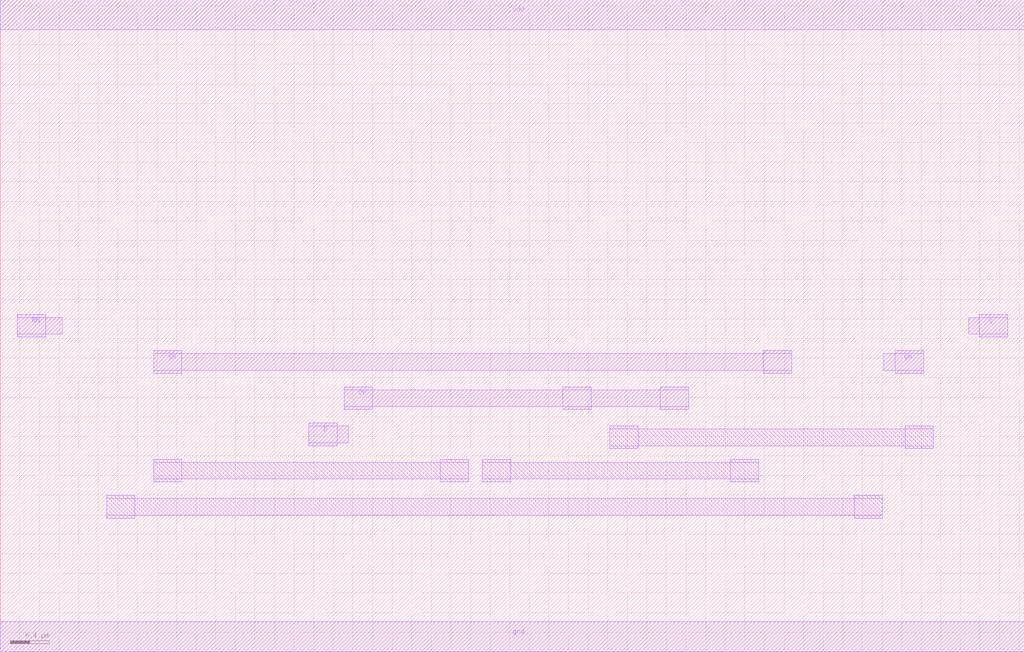
<source format=lef>
VERSION 5.6 ;
BUSBITCHARS "[]" ;
DIVIDERCHAR "/" ;

MACRO sky130_osu_sc_18T_ls__addf_1
  CLASS CORE ;
  ORIGIN 0 0 ;
  FOREIGN sky130_osu_sc_18T_ls__addf_1 0 0 ;
  SIZE 7.04 BY 6.66 ;
  SYMMETRY X Y ;
  SITE 18T ;
  PIN A
    DIRECTION INPUT ;
    USE SIGNAL ;
    PORT
      LAYER met1 ;
        RECT 5.01 1.735 5.3 1.965 ;
        RECT 0.34 1.765 5.3 1.935 ;
        RECT 2.35 1.735 2.64 1.965 ;
        RECT 0.34 1.735 0.63 1.965 ;
    END
  END A
  PIN B
    DIRECTION INPUT ;
    USE SIGNAL ;
    PORT
      LAYER met1 ;
        RECT 4.12 2.475 4.41 2.705 ;
        RECT 0.34 2.51 4.41 2.675 ;
        RECT 4.06 2.505 4.41 2.675 ;
        RECT 0.34 2.505 3.67 2.675 ;
        RECT 2.83 2.475 3.12 2.705 ;
        RECT 2.16 2.475 2.45 2.705 ;
        RECT 0.34 2.475 0.63 2.705 ;
    END
  END B
  PIN CI
    DIRECTION INPUT ;
    USE SIGNAL ;
    PORT
      LAYER met1 ;
        RECT 4.6 2.105 4.89 2.335 ;
        RECT 0.4 2.135 4.89 2.305 ;
        RECT 3.27 2.105 3.56 2.335 ;
        RECT 1.18 2.105 1.47 2.335 ;
    END
  END CI
  PIN CO
    DIRECTION OUTPUT ;
    USE SIGNAL ;
    PORT
      LAYER met1 ;
        RECT 6.605 2.845 6.895 3.075 ;
        RECT 6.495 2.875 6.895 3.045 ;
    END
  END CO
  PIN CON
    DIRECTION OUTPUT ;
    USE SIGNAL ;
    PORT
      LAYER met1 ;
        RECT 5.995 1.365 6.285 1.595 ;
        RECT 1.405 1.395 6.285 1.565 ;
        RECT 3.825 1.365 4.115 1.595 ;
        RECT 1.405 1.365 1.695 1.595 ;
    END
  END CON
  PIN S
    DIRECTION OUTPUT ;
    USE SIGNAL ;
    PORT
      LAYER met1 ;
        RECT 5.655 3.22 5.945 3.45 ;
        RECT 5.545 3.25 5.945 3.42 ;
    END
  END S
  PIN gnd
    DIRECTION INOUT ;
    USE GROUND ;
    SHAPE ABUTMENT ;
    PORT
      LAYER met1 ;
        RECT 0 0 7.04 0.305 ;
    END
  END gnd
  PIN vdd
    DIRECTION INOUT ;
    USE POWER ;
    SHAPE ABUTMENT ;
    PORT
      LAYER met1 ;
        RECT 0 6.355 7.04 6.66 ;
    END
  END vdd
END sky130_osu_sc_18T_ls__addf_1

MACRO sky130_osu_sc_18T_ls__addf_l
  CLASS CORE ;
  ORIGIN 0 0 ;
  FOREIGN sky130_osu_sc_18T_ls__addf_l 0 0 ;
  SIZE 7.04 BY 6.66 ;
  SYMMETRY X Y ;
  SITE 18T ;
  PIN A
    DIRECTION INPUT ;
    USE SIGNAL ;
    PORT
      LAYER met1 ;
        RECT 5.01 1.735 5.3 1.965 ;
        RECT 0.34 1.765 5.3 1.935 ;
        RECT 2.35 1.735 2.64 1.965 ;
        RECT 0.34 1.735 0.63 1.965 ;
    END
  END A
  PIN B
    DIRECTION INPUT ;
    USE SIGNAL ;
    PORT
      LAYER met1 ;
        RECT 4.12 2.475 4.41 2.705 ;
        RECT 0.34 2.51 4.41 2.675 ;
        RECT 4.06 2.505 4.41 2.675 ;
        RECT 0.34 2.505 3.67 2.675 ;
        RECT 2.83 2.475 3.12 2.705 ;
        RECT 2.16 2.475 2.45 2.705 ;
        RECT 0.34 2.475 0.63 2.705 ;
    END
  END B
  PIN CI
    DIRECTION INPUT ;
    USE SIGNAL ;
    PORT
      LAYER met1 ;
        RECT 4.6 2.105 4.89 2.335 ;
        RECT 0.4 2.135 4.89 2.305 ;
        RECT 3.27 2.105 3.56 2.335 ;
        RECT 1.18 2.105 1.47 2.335 ;
    END
  END CI
  PIN CO
    DIRECTION OUTPUT ;
    USE SIGNAL ;
    PORT
      LAYER met1 ;
        RECT 6.605 2.845 6.895 3.075 ;
        RECT 6.495 2.875 6.895 3.045 ;
    END
  END CO
  PIN CON
    DIRECTION OUTPUT ;
    USE SIGNAL ;
    PORT
      LAYER met1 ;
        RECT 5.995 1.365 6.285 1.595 ;
        RECT 1.405 1.395 6.285 1.565 ;
        RECT 3.825 1.365 4.115 1.595 ;
        RECT 1.405 1.365 1.695 1.595 ;
    END
  END CON
  PIN S
    DIRECTION OUTPUT ;
    USE SIGNAL ;
    PORT
      LAYER met1 ;
        RECT 5.655 3.25 5.945 3.48 ;
        RECT 5.545 3.28 5.945 3.45 ;
    END
  END S
  PIN gnd
    DIRECTION INOUT ;
    USE GROUND ;
    SHAPE ABUTMENT ;
    PORT
      LAYER met1 ;
        RECT 0 0 7.04 0.305 ;
    END
  END gnd
  PIN vdd
    DIRECTION INOUT ;
    USE POWER ;
    SHAPE ABUTMENT ;
    PORT
      LAYER met1 ;
        RECT 0 6.355 7.04 6.66 ;
    END
  END vdd
END sky130_osu_sc_18T_ls__addf_l

MACRO sky130_osu_sc_18T_ls__addh_1
  CLASS CORE ;
  ORIGIN 0 0 ;
  FOREIGN sky130_osu_sc_18T_ls__addh_1 0 0 ;
  SIZE 4.18 BY 6.66 ;
  SYMMETRY X Y ;
  SITE 18T ;
  PIN A
    DIRECTION INPUT ;
    USE SIGNAL ;
    PORT
      LAYER met1 ;
        RECT 3.54 2.475 3.83 2.705 ;
        RECT 1.24 2.5 3.83 2.675 ;
        RECT 1.24 2.475 1.53 2.705 ;
    END
  END A
  PIN B
    DIRECTION INPUT ;
    USE SIGNAL ;
    PORT
      LAYER met1 ;
        RECT 3.06 2.105 3.35 2.335 ;
        RECT 0.76 2.135 3.35 2.31 ;
        RECT 0.76 2.105 1.05 2.335 ;
    END
  END B
  PIN CO
    DIRECTION OUTPUT ;
    USE SIGNAL ;
    PORT
      LAYER met1 ;
        RECT 2.03 2.875 2.43 3.045 ;
        RECT 2.03 2.845 2.32 3.075 ;
    END
  END CO
  PIN CON
    DIRECTION OUTPUT ;
    USE SIGNAL ;
    PORT
      LAYER met1 ;
        RECT 3.275 1.735 3.565 1.965 ;
        RECT 3.165 1.765 3.565 1.935 ;
    END
  END CON
  PIN S
    DIRECTION OUTPUT ;
    USE SIGNAL ;
    PORT
      LAYER met1 ;
        RECT 0.115 3.215 0.405 3.445 ;
        RECT 0.115 1.36 0.405 1.59 ;
        RECT 0.175 1.36 0.345 3.445 ;
    END
  END S
  PIN gnd
    DIRECTION INOUT ;
    USE GROUND ;
    SHAPE ABUTMENT ;
    PORT
      LAYER met1 ;
        RECT 0 0 4.18 0.305 ;
    END
  END gnd
  PIN vdd
    DIRECTION INOUT ;
    USE POWER ;
    SHAPE ABUTMENT ;
    PORT
      LAYER met1 ;
        RECT 0 6.355 4.18 6.66 ;
    END
  END vdd
  OBS
    LAYER met1 ;
      RECT 2.475 1.735 2.765 1.965 ;
      RECT 0.49 1.735 0.78 1.965 ;
      RECT 0.49 1.765 2.765 1.935 ;
  END
END sky130_osu_sc_18T_ls__addh_1

MACRO sky130_osu_sc_18T_ls__addh_l
  CLASS CORE ;
  ORIGIN 0 0 ;
  FOREIGN sky130_osu_sc_18T_ls__addh_l 0 0 ;
  SIZE 4.18 BY 6.66 ;
  SYMMETRY X Y ;
  SITE 18T ;
  PIN A
    DIRECTION INPUT ;
    USE SIGNAL ;
    PORT
      LAYER met1 ;
        RECT 3.54 2.475 3.83 2.705 ;
        RECT 1.24 2.5 3.83 2.675 ;
        RECT 1.24 2.475 1.53 2.705 ;
    END
  END A
  PIN B
    DIRECTION INPUT ;
    USE SIGNAL ;
    PORT
      LAYER met1 ;
        RECT 3.06 2.105 3.35 2.335 ;
        RECT 0.76 2.135 3.35 2.31 ;
        RECT 0.76 2.105 1.05 2.335 ;
    END
  END B
  PIN CO
    DIRECTION OUTPUT ;
    USE SIGNAL ;
    PORT
      LAYER met1 ;
        RECT 2.03 2.875 2.43 3.045 ;
        RECT 2.03 2.845 2.32 3.075 ;
    END
  END CO
  PIN CON
    DIRECTION OUTPUT ;
    USE SIGNAL ;
    PORT
      LAYER met1 ;
        RECT 3.275 1.735 3.565 1.965 ;
        RECT 3.165 1.765 3.565 1.935 ;
    END
  END CON
  PIN S
    DIRECTION OUTPUT ;
    USE SIGNAL ;
    PORT
      LAYER met1 ;
        RECT 0.115 3.215 0.405 3.445 ;
        RECT 0.115 1.36 0.405 1.59 ;
        RECT 0.175 1.36 0.345 3.445 ;
    END
  END S
  PIN gnd
    DIRECTION INOUT ;
    USE GROUND ;
    SHAPE ABUTMENT ;
    PORT
      LAYER met1 ;
        RECT 0 0 4.18 0.305 ;
    END
  END gnd
  PIN vdd
    DIRECTION INOUT ;
    USE POWER ;
    SHAPE ABUTMENT ;
    PORT
      LAYER met1 ;
        RECT 0 6.355 4.18 6.66 ;
    END
  END vdd
  OBS
    LAYER met1 ;
      RECT 2.475 1.735 2.765 1.965 ;
      RECT 0.49 1.735 0.78 1.965 ;
      RECT 0.49 1.765 2.765 1.935 ;
  END
END sky130_osu_sc_18T_ls__addh_l

MACRO sky130_osu_sc_18T_ls__and2_1
  CLASS CORE ;
  ORIGIN 0 0 ;
  FOREIGN sky130_osu_sc_18T_ls__and2_1 0 0 ;
  SIZE 1.87 BY 6.66 ;
  SYMMETRY X Y ;
  SITE 18T ;
  PIN A
    DIRECTION INPUT ;
    USE SIGNAL ;
    PORT
      LAYER met1 ;
        RECT 0.125 3.245 0.525 3.415 ;
        RECT 0.125 3.215 0.415 3.445 ;
    END
  END A
  PIN B
    DIRECTION INPUT ;
    USE SIGNAL ;
    PORT
      LAYER met1 ;
        RECT 0.805 2.845 1.095 3.075 ;
        RECT 0.7 2.875 1.095 3.045 ;
    END
  END B
  PIN Y
    DIRECTION OUTPUT ;
    USE SIGNAL ;
    PORT
      LAYER met1 ;
        RECT 1.405 2.475 1.695 2.705 ;
        RECT 1.405 1.365 1.695 1.595 ;
        RECT 1.465 1.365 1.635 2.705 ;
    END
  END Y
  PIN gnd
    DIRECTION INOUT ;
    USE GROUND ;
    SHAPE ABUTMENT ;
    PORT
      LAYER met1 ;
        RECT 0 0 1.87 0.305 ;
    END
  END gnd
  PIN vdd
    DIRECTION INOUT ;
    USE POWER ;
    SHAPE ABUTMENT ;
    PORT
      LAYER met1 ;
        RECT 0 6.355 1.87 6.66 ;
    END
  END vdd
END sky130_osu_sc_18T_ls__and2_1

MACRO sky130_osu_sc_18T_ls__and2_2
  CLASS CORE ;
  ORIGIN 0 0 ;
  FOREIGN sky130_osu_sc_18T_ls__and2_2 0 0 ;
  SIZE 2.31 BY 6.66 ;
  SYMMETRY X Y ;
  SITE 18T ;
  PIN A
    DIRECTION INPUT ;
    USE SIGNAL ;
    PORT
      LAYER met1 ;
        RECT 0.125 3.245 0.525 3.415 ;
        RECT 0.125 3.215 0.415 3.445 ;
    END
  END A
  PIN B
    DIRECTION INPUT ;
    USE SIGNAL ;
    PORT
      LAYER met1 ;
        RECT 0.805 2.845 1.095 3.075 ;
        RECT 0.7 2.875 1.095 3.045 ;
    END
  END B
  PIN Y
    DIRECTION OUTPUT ;
    USE SIGNAL ;
    PORT
      LAYER met1 ;
        RECT 1.405 2.475 1.695 2.705 ;
        RECT 1.405 1.365 1.695 1.595 ;
        RECT 1.465 1.365 1.635 2.705 ;
    END
  END Y
  PIN gnd
    DIRECTION INOUT ;
    USE GROUND ;
    SHAPE ABUTMENT ;
    PORT
      LAYER met1 ;
        RECT 0 0 2.31 0.305 ;
    END
  END gnd
  PIN vdd
    DIRECTION INOUT ;
    USE POWER ;
    SHAPE ABUTMENT ;
    PORT
      LAYER met1 ;
        RECT 0 6.355 2.31 6.66 ;
    END
  END vdd
END sky130_osu_sc_18T_ls__and2_2

MACRO sky130_osu_sc_18T_ls__and2_4
  CLASS CORE ;
  ORIGIN 0 0 ;
  FOREIGN sky130_osu_sc_18T_ls__and2_4 0 0 ;
  SIZE 3.19 BY 6.66 ;
  SYMMETRY X Y ;
  SITE 18T ;
  PIN A
    DIRECTION INPUT ;
    USE SIGNAL ;
    PORT
      LAYER met1 ;
        RECT 0.125 3.245 0.525 3.415 ;
        RECT 0.125 3.215 0.415 3.445 ;
    END
  END A
  PIN B
    DIRECTION INPUT ;
    USE SIGNAL ;
    PORT
      LAYER met1 ;
        RECT 0.805 2.845 1.095 3.075 ;
        RECT 0.7 2.875 1.095 3.045 ;
    END
  END B
  PIN Y
    DIRECTION OUTPUT ;
    USE SIGNAL ;
    PORT
      LAYER met1 ;
        RECT 2.265 2.475 2.555 2.705 ;
        RECT 2.265 1.365 2.555 1.595 ;
        RECT 2.325 1.365 2.495 2.705 ;
        RECT 1.405 2.505 2.555 2.675 ;
        RECT 1.405 1.395 2.555 1.565 ;
        RECT 1.405 2.475 1.695 2.705 ;
        RECT 1.405 1.365 1.695 1.595 ;
        RECT 1.465 1.365 1.635 2.705 ;
    END
  END Y
  PIN gnd
    DIRECTION INOUT ;
    USE GROUND ;
    SHAPE ABUTMENT ;
    PORT
      LAYER met1 ;
        RECT 0 0 3.19 0.305 ;
    END
  END gnd
  PIN vdd
    DIRECTION INOUT ;
    USE POWER ;
    SHAPE ABUTMENT ;
    PORT
      LAYER met1 ;
        RECT 0 6.355 3.19 6.66 ;
    END
  END vdd
END sky130_osu_sc_18T_ls__and2_4

MACRO sky130_osu_sc_18T_ls__and2_6
  CLASS CORE ;
  ORIGIN 0 0 ;
  FOREIGN sky130_osu_sc_18T_ls__and2_6 0 0 ;
  SIZE 4.07 BY 6.66 ;
  SYMMETRY X Y ;
  SITE 18T ;
  PIN A
    DIRECTION INPUT ;
    USE SIGNAL ;
    PORT
      LAYER met1 ;
        RECT 0.09 3.245 0.49 3.415 ;
        RECT 0.09 3.215 0.38 3.445 ;
    END
  END A
  PIN B
    DIRECTION INPUT ;
    USE SIGNAL ;
    PORT
      LAYER met1 ;
        RECT 0.77 2.845 1.06 3.075 ;
        RECT 0.66 2.875 1.06 3.045 ;
    END
  END B
  PIN Y
    DIRECTION OUTPUT ;
    USE SIGNAL ;
    PORT
      LAYER met1 ;
        RECT 3.125 2.475 3.415 2.705 ;
        RECT 3.125 1.365 3.415 1.595 ;
        RECT 3.185 1.365 3.355 2.705 ;
        RECT 1.405 2.505 3.415 2.675 ;
        RECT 1.405 1.395 3.415 1.565 ;
        RECT 2.265 2.475 2.555 2.705 ;
        RECT 2.265 1.365 2.555 1.595 ;
        RECT 2.325 1.365 2.495 2.705 ;
        RECT 1.405 2.475 1.695 2.705 ;
        RECT 1.405 1.365 1.695 1.595 ;
        RECT 1.465 1.365 1.635 2.705 ;
    END
  END Y
  PIN gnd
    DIRECTION INOUT ;
    USE GROUND ;
    SHAPE ABUTMENT ;
    PORT
      LAYER met1 ;
        RECT 0 0 4.07 0.305 ;
    END
  END gnd
  PIN vdd
    DIRECTION INOUT ;
    USE POWER ;
    SHAPE ABUTMENT ;
    PORT
      LAYER met1 ;
        RECT 0 6.355 4.07 6.66 ;
    END
  END vdd
END sky130_osu_sc_18T_ls__and2_6

MACRO sky130_osu_sc_18T_ls__and2_8
  CLASS CORE ;
  ORIGIN 0 0 ;
  FOREIGN sky130_osu_sc_18T_ls__and2_8 0 0 ;
  SIZE 4.95 BY 6.66 ;
  SYMMETRY X Y ;
  SITE 18T ;
  PIN A
    DIRECTION INPUT ;
    USE SIGNAL ;
    PORT
      LAYER met1 ;
        RECT 0.125 3.245 0.525 3.415 ;
        RECT 0.125 3.215 0.415 3.445 ;
    END
  END A
  PIN B
    DIRECTION INPUT ;
    USE SIGNAL ;
    PORT
      LAYER met1 ;
        RECT 0.805 2.845 1.095 3.075 ;
        RECT 0.7 2.875 1.095 3.045 ;
    END
  END B
  PIN Y
    DIRECTION OUTPUT ;
    USE SIGNAL ;
    PORT
      LAYER met1 ;
        RECT 3.985 2.475 4.275 2.705 ;
        RECT 3.985 1.365 4.275 1.595 ;
        RECT 4.045 1.365 4.215 2.705 ;
        RECT 1.405 2.505 4.275 2.675 ;
        RECT 3.56 1.395 4.275 1.565 ;
        RECT 3.125 2.475 3.415 2.705 ;
        RECT 3.125 1.365 3.415 1.595 ;
        RECT 3.185 1.365 3.355 2.705 ;
        RECT 1.405 1.395 3.415 1.565 ;
        RECT 2.265 2.475 2.555 2.705 ;
        RECT 2.265 1.365 2.555 1.595 ;
        RECT 2.325 1.365 2.495 2.705 ;
        RECT 1.405 2.475 1.695 2.705 ;
        RECT 1.405 1.365 1.695 1.595 ;
        RECT 1.465 1.365 1.635 2.705 ;
    END
  END Y
  PIN gnd
    DIRECTION INOUT ;
    USE GROUND ;
    SHAPE ABUTMENT ;
    PORT
      LAYER met1 ;
        RECT 0 0 4.95 0.305 ;
    END
  END gnd
  PIN vdd
    DIRECTION INOUT ;
    USE POWER ;
    SHAPE ABUTMENT ;
    PORT
      LAYER met1 ;
        RECT 0 6.355 4.95 6.66 ;
    END
  END vdd
END sky130_osu_sc_18T_ls__and2_8

MACRO sky130_osu_sc_18T_ls__and2_l
  CLASS CORE ;
  ORIGIN 0 0 ;
  FOREIGN sky130_osu_sc_18T_ls__and2_l 0 0 ;
  SIZE 1.87 BY 6.66 ;
  SYMMETRY X Y ;
  SITE 18T ;
  PIN A
    DIRECTION INPUT ;
    USE SIGNAL ;
    PORT
      LAYER met1 ;
        RECT 0.125 3.245 0.525 3.415 ;
        RECT 0.125 3.215 0.415 3.445 ;
    END
  END A
  PIN B
    DIRECTION INPUT ;
    USE SIGNAL ;
    PORT
      LAYER met1 ;
        RECT 0.805 2.845 1.095 3.075 ;
        RECT 0.7 2.875 1.095 3.045 ;
    END
  END B
  PIN Y
    DIRECTION OUTPUT ;
    USE SIGNAL ;
    PORT
      LAYER met1 ;
        RECT 1.405 2.475 1.695 2.705 ;
        RECT 1.405 1.365 1.695 1.595 ;
        RECT 1.465 1.365 1.635 2.705 ;
    END
  END Y
  PIN gnd
    DIRECTION INOUT ;
    USE GROUND ;
    SHAPE ABUTMENT ;
    PORT
      LAYER met1 ;
        RECT 0 0 1.87 0.305 ;
    END
  END gnd
  PIN vdd
    DIRECTION INOUT ;
    USE POWER ;
    SHAPE ABUTMENT ;
    PORT
      LAYER met1 ;
        RECT 0 6.355 1.87 6.66 ;
    END
  END vdd
END sky130_osu_sc_18T_ls__and2_l

MACRO sky130_osu_sc_18T_ls__ant
  CLASS CORE ;
  ORIGIN 0 0 ;
  FOREIGN sky130_osu_sc_18T_ls__ant 0 0 ;
  SIZE 0.99 BY 6.66 ;
  SYMMETRY X Y ;
  SITE 18T ;
  PIN A
    DIRECTION INPUT ;
    USE SIGNAL ;
    PORT
      LAYER met1 ;
        RECT 0.175 2.475 0.54 2.705 ;
    END
  END A
  PIN gnd
    DIRECTION INOUT ;
    USE GROUND ;
    SHAPE ABUTMENT ;
    PORT
      LAYER met1 ;
        RECT 0 0 0.99 0.305 ;
    END
  END gnd
  PIN vdd
    DIRECTION INOUT ;
    USE POWER ;
    SHAPE ABUTMENT ;
    PORT
      LAYER met1 ;
        RECT 0 6.355 0.99 6.66 ;
    END
  END vdd
END sky130_osu_sc_18T_ls__ant

MACRO sky130_osu_sc_18T_ls__antfill
  CLASS CORE ;
  ORIGIN 0 0 ;
  FOREIGN sky130_osu_sc_18T_ls__antfill 0 0 ;
  SIZE 0.99 BY 6.66 ;
  SYMMETRY X Y ;
  SITE 18T ;
  PIN A
    DIRECTION INPUT ;
    USE SIGNAL ;
    PORT
      LAYER met1 ;
        RECT 0.175 2.475 0.54 2.705 ;
    END
  END A
  PIN gnd
    DIRECTION INOUT ;
    USE GROUND ;
    SHAPE ABUTMENT ;
    PORT
      LAYER met1 ;
        RECT 0 0 0.99 0.305 ;
    END
  END gnd
  PIN vdd
    DIRECTION INOUT ;
    USE POWER ;
    SHAPE ABUTMENT ;
    PORT
      LAYER met1 ;
        RECT 0 6.355 0.99 6.66 ;
    END
  END vdd
END sky130_osu_sc_18T_ls__antfill

MACRO sky130_osu_sc_18T_ls__aoi21_l
  CLASS CORE ;
  ORIGIN 0 0 ;
  FOREIGN sky130_osu_sc_18T_ls__aoi21_l 0 0 ;
  SIZE 1.87 BY 6.66 ;
  SYMMETRY X Y ;
  SITE 18T ;
  PIN A0
    DIRECTION INPUT ;
    USE SIGNAL ;
    PORT
      LAYER met1 ;
        RECT 0.24 3.245 0.64 3.415 ;
        RECT 0.24 3.215 0.53 3.445 ;
    END
  END A0
  PIN A1
    DIRECTION INPUT ;
    USE SIGNAL ;
    PORT
      LAYER met1 ;
        RECT 0.58 2.875 0.98 3.045 ;
        RECT 0.58 2.845 0.87 3.075 ;
    END
  END A1
  PIN B0
    DIRECTION INPUT ;
    USE SIGNAL ;
    PORT
      LAYER met1 ;
        RECT 1.02 2.475 1.31 2.705 ;
        RECT 0.91 2.505 1.31 2.675 ;
    END
  END B0
  PIN Y
    DIRECTION OUTPUT ;
    USE SIGNAL ;
    PORT
      LAYER met1 ;
        RECT 1.405 2.105 1.695 2.335 ;
        RECT 1.465 1.395 1.635 2.335 ;
        RECT 0.905 1.395 1.635 1.565 ;
        RECT 0.905 1.365 1.195 1.595 ;
    END
  END Y
  PIN gnd
    DIRECTION INOUT ;
    USE GROUND ;
    SHAPE ABUTMENT ;
    PORT
      LAYER met1 ;
        RECT 0 0 1.87 0.305 ;
    END
  END gnd
  PIN vdd
    DIRECTION INOUT ;
    USE POWER ;
    SHAPE ABUTMENT ;
    PORT
      LAYER met1 ;
        RECT 0 6.355 1.87 6.66 ;
    END
  END vdd
END sky130_osu_sc_18T_ls__aoi21_l

MACRO sky130_osu_sc_18T_ls__aoi22_l
  CLASS CORE ;
  ORIGIN 0 0 ;
  FOREIGN sky130_osu_sc_18T_ls__aoi22_l 0 0 ;
  SIZE 2.31 BY 6.66 ;
  SYMMETRY X Y ;
  SITE 18T ;
  PIN A0
    DIRECTION INPUT ;
    USE SIGNAL ;
    PORT
      LAYER met1 ;
        RECT 0.24 3.245 0.64 3.415 ;
        RECT 0.24 3.215 0.53 3.445 ;
    END
  END A0
  PIN A1
    DIRECTION INPUT ;
    USE SIGNAL ;
    PORT
      LAYER met1 ;
        RECT 0.58 2.875 0.98 3.045 ;
        RECT 0.58 2.845 0.87 3.075 ;
    END
  END A1
  PIN B0
    DIRECTION INPUT ;
    USE SIGNAL ;
    PORT
      LAYER met1 ;
        RECT 1.02 2.475 1.31 2.705 ;
        RECT 0.91 2.505 1.31 2.675 ;
    END
  END B0
  PIN B1
    DIRECTION INPUT ;
    USE SIGNAL ;
    PORT
      LAYER met1 ;
        RECT 1.79 2.11 2.08 2.34 ;
        RECT 1.68 2.14 2.08 2.31 ;
    END
  END B1
  PIN Y
    DIRECTION OUTPUT ;
    USE SIGNAL ;
    PORT
      LAYER met1 ;
        RECT 1.45 1.735 1.74 1.965 ;
        RECT 1.52 1.395 1.69 1.965 ;
        RECT 0.94 1.395 1.69 1.565 ;
        RECT 0.94 1.365 1.23 1.595 ;
    END
  END Y
  PIN gnd
    DIRECTION INOUT ;
    USE GROUND ;
    SHAPE ABUTMENT ;
    PORT
      LAYER met1 ;
        RECT 0 0 2.31 0.305 ;
    END
  END gnd
  PIN vdd
    DIRECTION INOUT ;
    USE POWER ;
    SHAPE ABUTMENT ;
    PORT
      LAYER met1 ;
        RECT 0 6.355 2.31 6.66 ;
    END
  END vdd
END sky130_osu_sc_18T_ls__aoi22_l

MACRO sky130_osu_sc_18T_ls__buf_1
  CLASS CORE ;
  ORIGIN 0 0 ;
  FOREIGN sky130_osu_sc_18T_ls__buf_1 0 0 ;
  SIZE 1.43 BY 6.66 ;
  SYMMETRY X Y ;
  SITE 18T ;
  PIN A
    DIRECTION INPUT ;
    USE SIGNAL ;
    PORT
      LAYER met1 ;
        RECT 0.49 3.215 0.78 3.445 ;
        RECT 0.32 3.245 0.78 3.415 ;
    END
  END A
  PIN Y
    DIRECTION OUTPUT ;
    USE SIGNAL ;
    PORT
      LAYER met1 ;
        RECT 0.975 2.845 1.265 3.075 ;
        RECT 0.975 1.365 1.265 1.595 ;
        RECT 1.035 1.365 1.205 3.075 ;
    END
  END Y
  PIN gnd
    DIRECTION INOUT ;
    USE GROUND ;
    SHAPE ABUTMENT ;
    PORT
      LAYER met1 ;
        RECT 0 0 1.43 0.305 ;
    END
  END gnd
  PIN vdd
    DIRECTION INOUT ;
    USE POWER ;
    SHAPE ABUTMENT ;
    PORT
      LAYER met1 ;
        RECT 0 6.355 1.43 6.66 ;
    END
  END vdd
END sky130_osu_sc_18T_ls__buf_1

MACRO sky130_osu_sc_18T_ls__buf_2
  CLASS CORE ;
  ORIGIN 0 0 ;
  FOREIGN sky130_osu_sc_18T_ls__buf_2 0 0 ;
  SIZE 1.87 BY 6.66 ;
  SYMMETRY X Y ;
  SITE 18T ;
  PIN A
    DIRECTION INPUT ;
    USE SIGNAL ;
    PORT
      LAYER met1 ;
        RECT 0.49 3.215 0.78 3.445 ;
        RECT 0.32 3.245 0.78 3.415 ;
    END
  END A
  PIN Y
    DIRECTION OUTPUT ;
    USE SIGNAL ;
    PORT
      LAYER met1 ;
        RECT 0.975 2.845 1.265 3.075 ;
        RECT 0.975 1.365 1.265 1.595 ;
        RECT 1.035 1.365 1.205 3.075 ;
    END
  END Y
  PIN gnd
    DIRECTION INOUT ;
    USE GROUND ;
    SHAPE ABUTMENT ;
    PORT
      LAYER met1 ;
        RECT 0 0 1.87 0.305 ;
    END
  END gnd
  PIN vdd
    DIRECTION INOUT ;
    USE POWER ;
    SHAPE ABUTMENT ;
    PORT
      LAYER met1 ;
        RECT 0 6.355 1.87 6.66 ;
    END
  END vdd
END sky130_osu_sc_18T_ls__buf_2

MACRO sky130_osu_sc_18T_ls__buf_4
  CLASS CORE ;
  ORIGIN 0 0 ;
  FOREIGN sky130_osu_sc_18T_ls__buf_4 0 0 ;
  SIZE 2.75 BY 6.66 ;
  SYMMETRY X Y ;
  SITE 18T ;
  PIN A
    DIRECTION INPUT ;
    USE SIGNAL ;
    PORT
      LAYER met1 ;
        RECT 0.49 3.215 0.78 3.445 ;
        RECT 0.32 3.245 0.78 3.415 ;
    END
  END A
  PIN Y
    DIRECTION OUTPUT ;
    USE SIGNAL ;
    PORT
      LAYER met1 ;
        RECT 1.835 2.845 2.125 3.075 ;
        RECT 1.835 1.365 2.125 1.595 ;
        RECT 1.895 1.365 2.065 3.075 ;
        RECT 0.975 2.875 2.125 3.045 ;
        RECT 0.975 1.395 2.125 1.565 ;
        RECT 0.975 2.845 1.265 3.075 ;
        RECT 0.975 1.365 1.265 1.595 ;
        RECT 1.035 1.365 1.205 3.075 ;
    END
  END Y
  PIN gnd
    DIRECTION INOUT ;
    USE GROUND ;
    SHAPE ABUTMENT ;
    PORT
      LAYER met1 ;
        RECT 0 0 2.75 0.305 ;
    END
  END gnd
  PIN vdd
    DIRECTION INOUT ;
    USE POWER ;
    SHAPE ABUTMENT ;
    PORT
      LAYER met1 ;
        RECT 0 6.355 2.75 6.66 ;
    END
  END vdd
END sky130_osu_sc_18T_ls__buf_4

MACRO sky130_osu_sc_18T_ls__buf_6
  CLASS CORE ;
  ORIGIN 0 0 ;
  FOREIGN sky130_osu_sc_18T_ls__buf_6 0 0 ;
  SIZE 3.63 BY 6.66 ;
  SYMMETRY X Y ;
  SITE 18T ;
  PIN A
    DIRECTION INPUT ;
    USE SIGNAL ;
    PORT
      LAYER met1 ;
        RECT 0.49 3.215 0.78 3.445 ;
        RECT 0.32 3.245 0.78 3.415 ;
    END
  END A
  PIN Y
    DIRECTION OUTPUT ;
    USE SIGNAL ;
    PORT
      LAYER met1 ;
        RECT 2.695 2.845 2.985 3.075 ;
        RECT 2.695 1.365 2.985 1.595 ;
        RECT 2.755 1.365 2.925 3.075 ;
        RECT 0.975 2.875 2.985 3.045 ;
        RECT 0.975 1.395 2.985 1.565 ;
        RECT 1.835 2.845 2.125 3.075 ;
        RECT 1.835 1.365 2.125 1.595 ;
        RECT 1.895 1.365 2.065 3.075 ;
        RECT 0.975 2.845 1.265 3.075 ;
        RECT 0.975 1.365 1.265 1.595 ;
        RECT 1.035 1.365 1.205 3.075 ;
    END
  END Y
  PIN gnd
    DIRECTION INOUT ;
    USE GROUND ;
    SHAPE ABUTMENT ;
    PORT
      LAYER met1 ;
        RECT 0 0 3.63 0.305 ;
    END
  END gnd
  PIN vdd
    DIRECTION INOUT ;
    USE POWER ;
    SHAPE ABUTMENT ;
    PORT
      LAYER met1 ;
        RECT 0 6.355 3.63 6.66 ;
    END
  END vdd
END sky130_osu_sc_18T_ls__buf_6

MACRO sky130_osu_sc_18T_ls__buf_8
  CLASS CORE ;
  ORIGIN 0 0 ;
  FOREIGN sky130_osu_sc_18T_ls__buf_8 0 0 ;
  SIZE 4.51 BY 6.66 ;
  SYMMETRY X Y ;
  SITE 18T ;
  PIN A
    DIRECTION INPUT ;
    USE SIGNAL ;
    PORT
      LAYER met1 ;
        RECT 0.49 3.215 0.78 3.445 ;
        RECT 0.32 3.245 0.78 3.415 ;
    END
  END A
  PIN Y
    DIRECTION OUTPUT ;
    USE SIGNAL ;
    PORT
      LAYER met1 ;
        RECT 3.555 2.845 3.845 3.075 ;
        RECT 3.555 1.365 3.845 1.595 ;
        RECT 3.615 1.365 3.785 3.075 ;
        RECT 0.975 2.875 3.845 3.045 ;
        RECT 0.975 1.395 3.845 1.565 ;
        RECT 2.695 2.845 2.985 3.075 ;
        RECT 2.695 1.365 2.985 1.595 ;
        RECT 2.755 1.365 2.925 3.075 ;
        RECT 1.835 2.845 2.125 3.075 ;
        RECT 1.835 1.365 2.125 1.595 ;
        RECT 1.895 1.365 2.065 3.075 ;
        RECT 0.975 2.845 1.265 3.075 ;
        RECT 0.975 1.365 1.265 1.595 ;
        RECT 1.035 1.365 1.205 3.075 ;
    END
  END Y
  PIN gnd
    DIRECTION INOUT ;
    USE GROUND ;
    SHAPE ABUTMENT ;
    PORT
      LAYER met1 ;
        RECT 0 0 4.51 0.305 ;
    END
  END gnd
  PIN vdd
    DIRECTION INOUT ;
    USE POWER ;
    SHAPE ABUTMENT ;
    PORT
      LAYER met1 ;
        RECT 0 6.355 4.51 6.66 ;
    END
  END vdd
END sky130_osu_sc_18T_ls__buf_8

MACRO sky130_osu_sc_18T_ls__buf_l
  CLASS CORE ;
  ORIGIN 0 0 ;
  FOREIGN sky130_osu_sc_18T_ls__buf_l 0 0 ;
  SIZE 1.43 BY 6.66 ;
  SYMMETRY X Y ;
  SITE 18T ;
  PIN A
    DIRECTION INPUT ;
    USE SIGNAL ;
    PORT
      LAYER met1 ;
        RECT 0.49 3.215 0.78 3.445 ;
        RECT 0.32 3.245 0.78 3.415 ;
    END
  END A
  PIN Y
    DIRECTION OUTPUT ;
    USE SIGNAL ;
    PORT
      LAYER met1 ;
        RECT 0.975 2.845 1.265 3.075 ;
        RECT 0.975 1.365 1.265 1.595 ;
        RECT 1.035 1.365 1.205 3.075 ;
    END
  END Y
  PIN gnd
    DIRECTION INOUT ;
    USE GROUND ;
    SHAPE ABUTMENT ;
    PORT
      LAYER met1 ;
        RECT 0 0 1.43 0.305 ;
    END
  END gnd
  PIN vdd
    DIRECTION INOUT ;
    USE POWER ;
    SHAPE ABUTMENT ;
    PORT
      LAYER met1 ;
        RECT 0 6.355 1.43 6.66 ;
    END
  END vdd
END sky130_osu_sc_18T_ls__buf_l

MACRO sky130_osu_sc_18T_ls__decap_1
  CLASS CORE ;
  ORIGIN 0 0 ;
  FOREIGN sky130_osu_sc_18T_ls__decap_1 0 0 ;
  SIZE 0.99 BY 6.66 ;
  SYMMETRY X Y ;
  SITE 18T ;
  PIN gnd
    DIRECTION INOUT ;
    USE GROUND ;
    SHAPE ABUTMENT ;
    PORT
      LAYER met1 ;
        RECT 0 0 0.99 0.305 ;
    END
  END gnd
  PIN vdd
    DIRECTION INOUT ;
    USE POWER ;
    SHAPE ABUTMENT ;
    PORT
      LAYER met1 ;
        RECT 0 6.355 0.99 6.66 ;
    END
  END vdd
END sky130_osu_sc_18T_ls__decap_1

MACRO sky130_osu_sc_18T_ls__decap_l
  CLASS CORE ;
  ORIGIN 0 0 ;
  FOREIGN sky130_osu_sc_18T_ls__decap_l 0 0 ;
  SIZE 0.99 BY 6.66 ;
  SYMMETRY X Y ;
  SITE 18T ;
  PIN gnd
    DIRECTION INOUT ;
    USE GROUND ;
    SHAPE ABUTMENT ;
    PORT
      LAYER met1 ;
        RECT 0 0 0.99 0.305 ;
    END
  END gnd
  PIN vdd
    DIRECTION INOUT ;
    USE POWER ;
    SHAPE ABUTMENT ;
    PORT
      LAYER met1 ;
        RECT 0 6.355 0.99 6.66 ;
    END
  END vdd
END sky130_osu_sc_18T_ls__decap_l

MACRO sky130_osu_sc_18T_ls__dff_1
  CLASS CORE ;
  ORIGIN 0 0 ;
  FOREIGN sky130_osu_sc_18T_ls__dff_1 0 0 ;
  SIZE 7.26 BY 6.66 ;
  SYMMETRY X Y ;
  SITE 18T ;
  PIN CK
    DIRECTION INPUT ;
    USE SIGNAL ;
    PORT
      LAYER met1 ;
        RECT 4.43 2.475 4.72 2.705 ;
        RECT 1.205 2.505 4.72 2.675 ;
        RECT 3.435 2.475 3.725 2.705 ;
        RECT 1.205 2.475 1.495 2.705 ;
    END
  END CK
  PIN D
    DIRECTION INPUT ;
    USE SIGNAL ;
    PORT
      LAYER met1 ;
        RECT 0.845 2.135 1.245 2.305 ;
        RECT 0.845 2.105 1.135 2.335 ;
    END
  END D
  PIN Q
    DIRECTION OUTPUT ;
    USE SIGNAL ;
    PORT
      LAYER met1 ;
        RECT 6.83 3.215 7.12 3.445 ;
        RECT 6.715 3.245 7.12 3.415 ;
    END
  END Q
  PIN QN
    DIRECTION OUTPUT ;
    USE SIGNAL ;
    PORT
      LAYER met1 ;
        RECT 5.97 2.845 6.26 3.075 ;
        RECT 5.86 2.875 6.26 3.045 ;
    END
  END QN
  PIN gnd
    DIRECTION INOUT ;
    USE GROUND ;
    SHAPE ABUTMENT ;
    PORT
      LAYER met1 ;
        RECT 0 0 7.26 0.305 ;
    END
  END gnd
  PIN vdd
    DIRECTION INOUT ;
    USE POWER ;
    SHAPE ABUTMENT ;
    PORT
      LAYER met1 ;
        RECT 0 6.355 7.26 6.66 ;
    END
  END vdd
  OBS
    LAYER met1 ;
      RECT 6.07 2.075 6.36 2.305 ;
      RECT 3.915 2.075 4.205 2.305 ;
      RECT 3.915 2.105 6.36 2.275 ;
      RECT 5.03 1.735 5.32 1.965 ;
      RECT 2.615 1.735 2.905 1.965 ;
      RECT 2.615 1.765 5.32 1.935 ;
      RECT 2.185 1.735 2.475 1.965 ;
      RECT 0.14 1.735 0.43 1.965 ;
      RECT 0.14 1.765 2.475 1.935 ;
  END
END sky130_osu_sc_18T_ls__dff_1

MACRO sky130_osu_sc_18T_ls__dff_l
  CLASS CORE ;
  ORIGIN 0 0 ;
  FOREIGN sky130_osu_sc_18T_ls__dff_l 0 0 ;
  SIZE 7.26 BY 6.66 ;
  SYMMETRY X Y ;
  SITE 18T ;
  PIN CK
    DIRECTION INPUT ;
    USE SIGNAL ;
    PORT
      LAYER met1 ;
        RECT 4.43 2.475 4.72 2.705 ;
        RECT 1.205 2.505 4.72 2.675 ;
        RECT 3.435 2.475 3.725 2.705 ;
        RECT 1.205 2.475 1.495 2.705 ;
    END
  END CK
  PIN D
    DIRECTION INPUT ;
    USE SIGNAL ;
    PORT
      LAYER met1 ;
        RECT 0.845 2.135 1.245 2.305 ;
        RECT 0.845 2.105 1.135 2.335 ;
    END
  END D
  PIN Q
    DIRECTION OUTPUT ;
    USE SIGNAL ;
    PORT
      LAYER met1 ;
        RECT 6.825 3.215 7.115 3.445 ;
        RECT 6.715 3.245 7.115 3.415 ;
    END
  END Q
  PIN QN
    DIRECTION OUTPUT ;
    USE SIGNAL ;
    PORT
      LAYER met1 ;
        RECT 5.97 2.845 6.26 3.075 ;
        RECT 5.86 2.875 6.26 3.045 ;
    END
  END QN
  PIN gnd
    DIRECTION INOUT ;
    USE GROUND ;
    SHAPE ABUTMENT ;
    PORT
      LAYER met1 ;
        RECT 0 0 7.26 0.305 ;
    END
  END gnd
  PIN vdd
    DIRECTION INOUT ;
    USE POWER ;
    SHAPE ABUTMENT ;
    PORT
      LAYER met1 ;
        RECT 0 6.355 7.26 6.66 ;
    END
  END vdd
  OBS
    LAYER met1 ;
      RECT 6.07 2.075 6.36 2.305 ;
      RECT 3.915 2.075 4.205 2.305 ;
      RECT 3.915 2.105 6.36 2.275 ;
      RECT 5.03 1.735 5.32 1.965 ;
      RECT 2.615 1.735 2.905 1.965 ;
      RECT 2.615 1.765 5.32 1.935 ;
      RECT 2.185 1.735 2.475 1.965 ;
      RECT 0.14 1.735 0.43 1.965 ;
      RECT 0.14 1.765 2.475 1.935 ;
  END
END sky130_osu_sc_18T_ls__dff_l

MACRO sky130_osu_sc_18T_ls__dffr_1
  CLASS CORE ;
  ORIGIN 0 0 ;
  FOREIGN sky130_osu_sc_18T_ls__dffr_1 0 0 ;
  SIZE 9.57 BY 6.66 ;
  SYMMETRY X Y ;
  SITE 18T ;
  PIN CK
    DIRECTION INPUT ;
    USE SIGNAL ;
    PORT
      LAYER met1 ;
        RECT 6.305 2.475 6.595 2.705 ;
        RECT 3.08 2.505 6.595 2.675 ;
        RECT 5.31 2.475 5.6 2.705 ;
        RECT 3.08 2.475 3.37 2.705 ;
    END
  END CK
  PIN D
    DIRECTION INPUT ;
    USE SIGNAL ;
    PORT
      LAYER met1 ;
        RECT 2.72 2.135 3.12 2.305 ;
        RECT 2.72 2.105 3.01 2.335 ;
    END
  END D
  PIN Q
    DIRECTION OUTPUT ;
    USE SIGNAL ;
    PORT
      LAYER met1 ;
        RECT 9.13 3.215 9.42 3.445 ;
        RECT 9.02 3.245 9.42 3.415 ;
    END
  END Q
  PIN QN
    DIRECTION OUTPUT ;
    USE SIGNAL ;
    PORT
      LAYER met1 ;
        RECT 8.275 2.845 8.565 3.075 ;
        RECT 8.16 2.875 8.565 3.045 ;
    END
  END QN
  PIN RN
    DIRECTION INPUT ;
    USE SIGNAL ;
    PORT
      LAYER met1 ;
        RECT 0.175 3.245 0.635 3.415 ;
        RECT 0.175 3.215 0.465 3.445 ;
    END
  END RN
  PIN gnd
    DIRECTION INOUT ;
    USE GROUND ;
    SHAPE ABUTMENT ;
    PORT
      LAYER met1 ;
        RECT 0 0 9.57 0.305 ;
    END
  END gnd
  PIN vdd
    DIRECTION INOUT ;
    USE POWER ;
    SHAPE ABUTMENT ;
    PORT
      LAYER met1 ;
        RECT 0 6.355 9.57 6.66 ;
    END
  END vdd
  OBS
    LAYER met1 ;
      RECT 8.375 2.075 8.665 2.305 ;
      RECT 5.79 2.075 6.08 2.305 ;
      RECT 5.79 2.105 8.665 2.275 ;
      RECT 7.665 1.365 7.955 1.595 ;
      RECT 1.085 1.365 1.375 1.595 ;
      RECT 1.085 1.395 7.955 1.565 ;
      RECT 6.985 1.735 7.275 1.965 ;
      RECT 4.49 1.735 4.78 1.965 ;
      RECT 4.49 1.765 7.275 1.935 ;
      RECT 4.06 1.735 4.35 1.965 ;
      RECT 1.495 1.735 1.785 1.965 ;
      RECT 1.495 1.765 4.35 1.935 ;
  END
END sky130_osu_sc_18T_ls__dffr_1

MACRO sky130_osu_sc_18T_ls__dffr_l
  CLASS CORE ;
  ORIGIN 0 0 ;
  FOREIGN sky130_osu_sc_18T_ls__dffr_l 0 0 ;
  SIZE 9.57 BY 6.66 ;
  SYMMETRY X Y ;
  SITE 18T ;
  PIN CK
    DIRECTION INPUT ;
    USE SIGNAL ;
    PORT
      LAYER met1 ;
        RECT 6.305 2.475 6.595 2.705 ;
        RECT 3.08 2.505 6.595 2.675 ;
        RECT 5.31 2.475 5.6 2.705 ;
        RECT 3.08 2.475 3.37 2.705 ;
    END
  END CK
  PIN D
    DIRECTION INPUT ;
    USE SIGNAL ;
    PORT
      LAYER met1 ;
        RECT 2.72 2.135 3.12 2.305 ;
        RECT 2.72 2.105 3.01 2.335 ;
    END
  END D
  PIN Q
    DIRECTION OUTPUT ;
    USE SIGNAL ;
    PORT
      LAYER met1 ;
        RECT 9.13 3.215 9.42 3.445 ;
        RECT 9.02 3.245 9.42 3.415 ;
    END
  END Q
  PIN QN
    DIRECTION OUTPUT ;
    USE SIGNAL ;
    PORT
      LAYER met1 ;
        RECT 8.275 2.845 8.565 3.075 ;
        RECT 8.16 2.875 8.565 3.045 ;
    END
  END QN
  PIN RN
    DIRECTION INPUT ;
    USE SIGNAL ;
    PORT
      LAYER met1 ;
        RECT 0.175 3.245 0.635 3.415 ;
        RECT 0.175 3.215 0.465 3.445 ;
    END
  END RN
  PIN gnd
    DIRECTION INOUT ;
    USE GROUND ;
    SHAPE ABUTMENT ;
    PORT
      LAYER met1 ;
        RECT 0 0 9.57 0.305 ;
    END
  END gnd
  PIN vdd
    DIRECTION INOUT ;
    USE POWER ;
    SHAPE ABUTMENT ;
    PORT
      LAYER met1 ;
        RECT 0 6.355 9.57 6.66 ;
    END
  END vdd
  OBS
    LAYER met1 ;
      RECT 8.375 2.075 8.665 2.305 ;
      RECT 5.79 2.075 6.08 2.305 ;
      RECT 5.79 2.105 8.665 2.275 ;
      RECT 7.665 1.365 7.955 1.595 ;
      RECT 1.085 1.365 1.375 1.595 ;
      RECT 1.085 1.395 7.955 1.565 ;
      RECT 6.985 1.735 7.275 1.965 ;
      RECT 4.49 1.735 4.78 1.965 ;
      RECT 4.49 1.765 7.275 1.935 ;
      RECT 4.06 1.735 4.35 1.965 ;
      RECT 1.495 1.735 1.785 1.965 ;
      RECT 1.495 1.765 4.35 1.935 ;
  END
END sky130_osu_sc_18T_ls__dffr_l

MACRO sky130_osu_sc_18T_ls__dffs_1
  CLASS CORE ;
  ORIGIN 0 0 ;
  FOREIGN sky130_osu_sc_18T_ls__dffs_1 0 0 ;
  SIZE 8.69 BY 6.66 ;
  SYMMETRY X Y ;
  SITE 18T ;
  PIN CK
    DIRECTION INPUT ;
    USE SIGNAL ;
    PORT
      LAYER met1 ;
        RECT 5.355 2.475 5.645 2.705 ;
        RECT 2.13 2.505 5.645 2.675 ;
        RECT 4.36 2.475 4.65 2.705 ;
        RECT 2.13 2.475 2.42 2.705 ;
    END
  END CK
  PIN D
    DIRECTION INPUT ;
    USE SIGNAL ;
    PORT
      LAYER met1 ;
        RECT 1.77 2.135 2.17 2.305 ;
        RECT 1.77 2.105 2.06 2.335 ;
    END
  END D
  PIN Q
    DIRECTION OUTPUT ;
    USE SIGNAL ;
    PORT
      LAYER met1 ;
        RECT 8.18 3.215 8.47 3.445 ;
        RECT 8.07 3.245 8.47 3.415 ;
    END
  END Q
  PIN QN
    DIRECTION OUTPUT ;
    USE SIGNAL ;
    PORT
      LAYER met1 ;
        RECT 7.325 2.845 7.615 3.075 ;
        RECT 7.21 2.875 7.615 3.045 ;
    END
  END QN
  PIN SN
    DIRECTION OUTPUT ;
    USE SIGNAL ;
    PORT
      LAYER met1 ;
        RECT 6.715 1.365 7.005 1.595 ;
        RECT 0.175 1.395 7.005 1.565 ;
        RECT 0.175 1.365 0.465 1.595 ;
    END
  END SN
  PIN gnd
    DIRECTION INOUT ;
    USE GROUND ;
    SHAPE ABUTMENT ;
    PORT
      LAYER met1 ;
        RECT 0 0 8.69 0.305 ;
    END
  END gnd
  PIN vdd
    DIRECTION INOUT ;
    USE POWER ;
    SHAPE ABUTMENT ;
    PORT
      LAYER met1 ;
        RECT 0 6.355 8.69 6.66 ;
    END
  END vdd
  OBS
    LAYER met1 ;
      RECT 7.425 2.075 7.715 2.305 ;
      RECT 4.84 2.075 5.13 2.305 ;
      RECT 4.84 2.105 7.715 2.275 ;
      RECT 5.955 1.735 6.245 1.965 ;
      RECT 3.54 1.735 3.83 1.965 ;
      RECT 3.54 1.765 6.245 1.935 ;
      RECT 3.11 1.735 3.4 1.965 ;
      RECT 0.545 1.735 0.835 1.965 ;
      RECT 0.545 1.765 3.4 1.935 ;
  END
END sky130_osu_sc_18T_ls__dffs_1

MACRO sky130_osu_sc_18T_ls__dffs_l
  CLASS CORE ;
  ORIGIN 0 0 ;
  FOREIGN sky130_osu_sc_18T_ls__dffs_l 0 0 ;
  SIZE 8.69 BY 6.66 ;
  SYMMETRY X Y ;
  SITE 18T ;
  PIN CK
    DIRECTION INPUT ;
    USE SIGNAL ;
    PORT
      LAYER met1 ;
        RECT 5.355 2.475 5.645 2.705 ;
        RECT 2.13 2.505 5.645 2.675 ;
        RECT 4.36 2.475 4.65 2.705 ;
        RECT 2.13 2.475 2.42 2.705 ;
    END
  END CK
  PIN D
    DIRECTION INPUT ;
    USE SIGNAL ;
    PORT
      LAYER met1 ;
        RECT 1.77 2.135 2.17 2.305 ;
        RECT 1.77 2.105 2.06 2.335 ;
    END
  END D
  PIN Q
    DIRECTION OUTPUT ;
    USE SIGNAL ;
    PORT
      LAYER met1 ;
        RECT 8.18 3.215 8.47 3.445 ;
        RECT 8.07 3.245 8.47 3.415 ;
    END
  END Q
  PIN QN
    DIRECTION OUTPUT ;
    USE SIGNAL ;
    PORT
      LAYER met1 ;
        RECT 7.325 2.845 7.615 3.075 ;
        RECT 7.21 2.875 7.615 3.045 ;
    END
  END QN
  PIN SN
    DIRECTION OUTPUT ;
    USE SIGNAL ;
    PORT
      LAYER met1 ;
        RECT 6.715 1.365 7.005 1.595 ;
        RECT 0.175 1.395 7.005 1.565 ;
        RECT 0.175 1.365 0.465 1.595 ;
    END
  END SN
  PIN gnd
    DIRECTION INOUT ;
    USE GROUND ;
    SHAPE ABUTMENT ;
    PORT
      LAYER met1 ;
        RECT 0 0 8.69 0.305 ;
    END
  END gnd
  PIN vdd
    DIRECTION INOUT ;
    USE POWER ;
    SHAPE ABUTMENT ;
    PORT
      LAYER met1 ;
        RECT 0 6.355 8.69 6.66 ;
    END
  END vdd
  OBS
    LAYER met1 ;
      RECT 7.425 2.075 7.715 2.305 ;
      RECT 4.84 2.075 5.13 2.305 ;
      RECT 4.84 2.105 7.715 2.275 ;
      RECT 5.955 1.735 6.245 1.965 ;
      RECT 3.54 1.735 3.83 1.965 ;
      RECT 3.54 1.765 6.245 1.935 ;
      RECT 3.11 1.735 3.4 1.965 ;
      RECT 0.545 1.735 0.835 1.965 ;
      RECT 0.545 1.765 3.4 1.935 ;
  END
END sky130_osu_sc_18T_ls__dffs_l

MACRO sky130_osu_sc_18T_ls__dffsr_1
  CLASS CORE ;
  ORIGIN 0 0 ;
  FOREIGN sky130_osu_sc_18T_ls__dffsr_1 0 0 ;
  SIZE 10.45 BY 6.66 ;
  SYMMETRY X Y ;
  SITE 18T ;
  PIN CK
    DIRECTION INPUT ;
    USE SIGNAL ;
    PORT
      LAYER met1 ;
        RECT 6.735 2.475 7.025 2.705 ;
        RECT 3.51 2.505 7.025 2.675 ;
        RECT 5.74 2.475 6.03 2.705 ;
        RECT 3.51 2.475 3.8 2.705 ;
    END
  END CK
  PIN D
    DIRECTION INPUT ;
    USE SIGNAL ;
    PORT
      LAYER met1 ;
        RECT 3.15 2.135 3.55 2.305 ;
        RECT 3.15 2.105 3.44 2.335 ;
    END
  END D
  PIN Q
    DIRECTION OUTPUT ;
    USE SIGNAL ;
    PORT
      LAYER met1 ;
        RECT 9.995 3.215 10.285 3.445 ;
        RECT 9.885 3.245 10.285 3.415 ;
    END
  END Q
  PIN QN
    DIRECTION OUTPUT ;
    USE SIGNAL ;
    PORT
      LAYER met1 ;
        RECT 9.135 2.845 9.425 3.075 ;
        RECT 9.02 2.875 9.425 3.045 ;
    END
  END QN
  PIN RN
    DIRECTION INPUT ;
    USE SIGNAL ;
    PORT
      LAYER met1 ;
        RECT 0.175 3.245 0.635 3.415 ;
        RECT 0.175 3.215 0.465 3.445 ;
    END
  END RN
  PIN SN
    DIRECTION OUTPUT ;
    USE SIGNAL ;
    PORT
      LAYER met1 ;
        RECT 7.79 2.845 8.08 3.075 ;
        RECT 1.565 2.875 8.08 3.045 ;
        RECT 1.565 2.845 1.855 3.075 ;
    END
  END SN
  PIN gnd
    DIRECTION INOUT ;
    USE GROUND ;
    SHAPE ABUTMENT ;
    PORT
      LAYER met1 ;
        RECT 0 0 10.45 0.305 ;
    END
  END gnd
  PIN vdd
    DIRECTION INOUT ;
    USE POWER ;
    SHAPE ABUTMENT ;
    PORT
      LAYER met1 ;
        RECT 0 6.355 10.45 6.66 ;
    END
  END vdd
  OBS
    LAYER met1 ;
      RECT 9.235 2.075 9.525 2.305 ;
      RECT 6.22 2.075 6.51 2.305 ;
      RECT 6.22 2.105 9.525 2.275 ;
      RECT 8.715 1.365 9.005 1.595 ;
      RECT 1.085 1.365 1.375 1.595 ;
      RECT 1.085 1.395 9.005 1.565 ;
      RECT 7.45 1.735 7.74 1.965 ;
      RECT 4.92 1.735 5.21 1.965 ;
      RECT 4.92 1.765 7.74 1.935 ;
      RECT 4.49 1.735 4.78 1.965 ;
      RECT 1.565 1.735 1.855 1.965 ;
      RECT 1.565 1.765 4.78 1.935 ;
  END
END sky130_osu_sc_18T_ls__dffsr_1

MACRO sky130_osu_sc_18T_ls__dffsr_l
  CLASS CORE ;
  ORIGIN 0 0 ;
  FOREIGN sky130_osu_sc_18T_ls__dffsr_l 0 0 ;
  SIZE 10.45 BY 6.66 ;
  SYMMETRY X Y ;
  SITE 18T ;
  PIN CK
    DIRECTION INPUT ;
    USE SIGNAL ;
    PORT
      LAYER met1 ;
        RECT 6.735 2.475 7.025 2.705 ;
        RECT 3.51 2.505 7.025 2.675 ;
        RECT 5.74 2.475 6.03 2.705 ;
        RECT 3.51 2.475 3.8 2.705 ;
    END
  END CK
  PIN D
    DIRECTION INPUT ;
    USE SIGNAL ;
    PORT
      LAYER met1 ;
        RECT 3.15 2.135 3.55 2.305 ;
        RECT 3.15 2.105 3.44 2.335 ;
    END
  END D
  PIN Q
    DIRECTION OUTPUT ;
    USE SIGNAL ;
    PORT
      LAYER met1 ;
        RECT 9.99 3.215 10.28 3.445 ;
        RECT 9.88 3.245 10.28 3.415 ;
    END
  END Q
  PIN QN
    DIRECTION OUTPUT ;
    USE SIGNAL ;
    PORT
      LAYER met1 ;
        RECT 9.135 2.845 9.425 3.075 ;
        RECT 9.02 2.875 9.425 3.045 ;
    END
  END QN
  PIN RN
    DIRECTION INPUT ;
    USE SIGNAL ;
    PORT
      LAYER met1 ;
        RECT 0.175 3.245 0.635 3.415 ;
        RECT 0.175 3.215 0.465 3.445 ;
    END
  END RN
  PIN SN
    DIRECTION OUTPUT ;
    USE SIGNAL ;
    PORT
      LAYER met1 ;
        RECT 7.79 2.845 8.08 3.075 ;
        RECT 1.565 2.875 8.08 3.045 ;
        RECT 1.565 2.845 1.855 3.075 ;
    END
  END SN
  PIN gnd
    DIRECTION INOUT ;
    USE GROUND ;
    SHAPE ABUTMENT ;
    PORT
      LAYER met1 ;
        RECT 0 0 10.45 0.305 ;
    END
  END gnd
  PIN vdd
    DIRECTION INOUT ;
    USE POWER ;
    SHAPE ABUTMENT ;
    PORT
      LAYER met1 ;
        RECT 0 6.355 10.45 6.66 ;
    END
  END vdd
  OBS
    LAYER met1 ;
      RECT 9.235 2.075 9.525 2.305 ;
      RECT 6.22 2.075 6.51 2.305 ;
      RECT 6.22 2.105 9.525 2.275 ;
      RECT 8.715 1.365 9.005 1.595 ;
      RECT 1.085 1.365 1.375 1.595 ;
      RECT 1.085 1.395 9.005 1.565 ;
      RECT 7.45 1.735 7.74 1.965 ;
      RECT 4.92 1.735 5.21 1.965 ;
      RECT 4.92 1.765 7.74 1.935 ;
      RECT 4.49 1.735 4.78 1.965 ;
      RECT 1.565 1.735 1.855 1.965 ;
      RECT 1.565 1.765 4.78 1.935 ;
  END
END sky130_osu_sc_18T_ls__dffsr_l

MACRO sky130_osu_sc_18T_ls__fill_1
  CLASS CORE ;
  ORIGIN 0 0 ;
  FOREIGN sky130_osu_sc_18T_ls__fill_1 0 0 ;
  SIZE 0.11 BY 6.66 ;
  SYMMETRY X Y ;
  SITE 18T ;
  PIN gnd
    DIRECTION INOUT ;
    USE GROUND ;
    SHAPE ABUTMENT ;
    PORT
      LAYER met1 ;
        RECT 0 0 0.11 0.305 ;
    END
  END gnd
  PIN vdd
    DIRECTION INOUT ;
    USE POWER ;
    SHAPE ABUTMENT ;
    PORT
      LAYER met1 ;
        RECT 0 6.355 0.11 6.66 ;
    END
  END vdd
END sky130_osu_sc_18T_ls__fill_1

MACRO sky130_osu_sc_18T_ls__fill_16
  CLASS CORE ;
  ORIGIN 0 0 ;
  FOREIGN sky130_osu_sc_18T_ls__fill_16 0 0 ;
  SIZE 1.76 BY 6.66 ;
  SYMMETRY X Y ;
  SITE 18T ;
  PIN gnd
    DIRECTION INOUT ;
    USE GROUND ;
    SHAPE ABUTMENT ;
    PORT
      LAYER met1 ;
        RECT 0 0 1.76 0.305 ;
    END
  END gnd
  PIN vdd
    DIRECTION INOUT ;
    USE POWER ;
    SHAPE ABUTMENT ;
    PORT
      LAYER met1 ;
        RECT 0 6.355 1.76 6.66 ;
    END
  END vdd
END sky130_osu_sc_18T_ls__fill_16

MACRO sky130_osu_sc_18T_ls__fill_2
  CLASS CORE ;
  ORIGIN 0 0 ;
  FOREIGN sky130_osu_sc_18T_ls__fill_2 0 0 ;
  SIZE 0.22 BY 6.66 ;
  SYMMETRY X Y ;
  SITE 18T ;
  PIN gnd
    DIRECTION INOUT ;
    USE GROUND ;
    SHAPE ABUTMENT ;
    PORT
      LAYER met1 ;
        RECT 0 0 0.22 0.305 ;
    END
  END gnd
  PIN vdd
    DIRECTION INOUT ;
    USE POWER ;
    SHAPE ABUTMENT ;
    PORT
      LAYER met1 ;
        RECT 0 6.355 0.22 6.66 ;
    END
  END vdd
END sky130_osu_sc_18T_ls__fill_2

MACRO sky130_osu_sc_18T_ls__fill_32
  CLASS CORE ;
  ORIGIN 0 0 ;
  FOREIGN sky130_osu_sc_18T_ls__fill_32 0 0 ;
  SIZE 3.52 BY 6.66 ;
  SYMMETRY X Y ;
  SITE 18T ;
  PIN gnd
    DIRECTION INOUT ;
    USE GROUND ;
    SHAPE ABUTMENT ;
    PORT
      LAYER met1 ;
        RECT 0 0 3.52 0.305 ;
    END
  END gnd
  PIN vdd
    DIRECTION INOUT ;
    USE POWER ;
    SHAPE ABUTMENT ;
    PORT
      LAYER met1 ;
        RECT 0 6.355 3.52 6.66 ;
    END
  END vdd
END sky130_osu_sc_18T_ls__fill_32

MACRO sky130_osu_sc_18T_ls__fill_4
  CLASS CORE ;
  ORIGIN 0 0 ;
  FOREIGN sky130_osu_sc_18T_ls__fill_4 0 0 ;
  SIZE 0.44 BY 6.66 ;
  SYMMETRY X Y ;
  SITE 18T ;
  PIN gnd
    DIRECTION INOUT ;
    USE GROUND ;
    SHAPE ABUTMENT ;
    PORT
      LAYER met1 ;
        RECT 0 0 0.44 0.305 ;
    END
  END gnd
  PIN vdd
    DIRECTION INOUT ;
    USE POWER ;
    SHAPE ABUTMENT ;
    PORT
      LAYER met1 ;
        RECT 0 6.355 0.44 6.66 ;
    END
  END vdd
END sky130_osu_sc_18T_ls__fill_4

MACRO sky130_osu_sc_18T_ls__fill_8
  CLASS CORE ;
  ORIGIN 0 0 ;
  FOREIGN sky130_osu_sc_18T_ls__fill_8 0 0 ;
  SIZE 0.88 BY 6.66 ;
  SYMMETRY X Y ;
  SITE 18T ;
  PIN gnd
    DIRECTION INOUT ;
    USE GROUND ;
    SHAPE ABUTMENT ;
    PORT
      LAYER met1 ;
        RECT 0 0 0.88 0.305 ;
    END
  END gnd
  PIN vdd
    DIRECTION INOUT ;
    USE POWER ;
    SHAPE ABUTMENT ;
    PORT
      LAYER met1 ;
        RECT 0 6.355 0.88 6.66 ;
    END
  END vdd
END sky130_osu_sc_18T_ls__fill_8

MACRO sky130_osu_sc_18T_ls__inv_1
  CLASS CORE ;
  ORIGIN 0 0 ;
  FOREIGN sky130_osu_sc_18T_ls__inv_1 0 0 ;
  SIZE 0.99 BY 6.66 ;
  SYMMETRY X Y ;
  SITE 18T ;
  PIN A
    DIRECTION INPUT ;
    USE SIGNAL ;
    PORT
      LAYER met1 ;
        RECT 0.175 3.245 0.635 3.415 ;
        RECT 0.175 3.215 0.465 3.445 ;
    END
  END A
  PIN Y
    DIRECTION OUTPUT ;
    USE SIGNAL ;
    PORT
      LAYER met1 ;
        RECT 0.545 2.845 0.835 3.075 ;
        RECT 0.545 1.365 0.835 1.595 ;
        RECT 0.605 1.365 0.775 3.075 ;
    END
  END Y
  PIN gnd
    DIRECTION INOUT ;
    USE GROUND ;
    SHAPE ABUTMENT ;
    PORT
      LAYER met1 ;
        RECT 0 0 0.99 0.305 ;
    END
  END gnd
  PIN vdd
    DIRECTION INOUT ;
    USE POWER ;
    SHAPE ABUTMENT ;
    PORT
      LAYER met1 ;
        RECT 0 6.355 0.99 6.66 ;
    END
  END vdd
END sky130_osu_sc_18T_ls__inv_1

MACRO sky130_osu_sc_18T_ls__inv_10
  CLASS CORE ;
  ORIGIN 0 0 ;
  FOREIGN sky130_osu_sc_18T_ls__inv_10 0 0 ;
  SIZE 4.95 BY 6.66 ;
  SYMMETRY X Y ;
  SITE 18T ;
  PIN A
    DIRECTION INPUT ;
    USE SIGNAL ;
    PORT
      LAYER met1 ;
        RECT 0.175 3.245 0.635 3.415 ;
        RECT 0.175 3.215 0.465 3.445 ;
    END
  END A
  PIN Y
    DIRECTION OUTPUT ;
    USE SIGNAL ;
    PORT
      LAYER met1 ;
        RECT 3.985 2.845 4.275 3.075 ;
        RECT 3.985 1.365 4.275 1.595 ;
        RECT 4.045 1.365 4.215 3.075 ;
        RECT 0.545 2.875 4.275 3.045 ;
        RECT 0.545 1.395 4.275 1.565 ;
        RECT 3.125 2.845 3.415 3.075 ;
        RECT 3.125 1.365 3.415 1.595 ;
        RECT 3.185 1.365 3.355 3.075 ;
        RECT 2.265 2.845 2.555 3.075 ;
        RECT 2.265 1.365 2.555 1.595 ;
        RECT 2.325 1.365 2.495 3.075 ;
        RECT 1.405 2.845 1.695 3.075 ;
        RECT 1.405 1.365 1.695 1.595 ;
        RECT 1.465 1.365 1.635 3.075 ;
        RECT 0.545 2.845 0.835 3.075 ;
        RECT 0.545 1.365 0.835 1.595 ;
        RECT 0.605 1.365 0.775 3.075 ;
    END
  END Y
  PIN gnd
    DIRECTION INOUT ;
    USE GROUND ;
    SHAPE ABUTMENT ;
    PORT
      LAYER met1 ;
        RECT 0 0 4.95 0.305 ;
    END
  END gnd
  PIN vdd
    DIRECTION INOUT ;
    USE POWER ;
    SHAPE ABUTMENT ;
    PORT
      LAYER met1 ;
        RECT 0 6.355 4.95 6.66 ;
    END
  END vdd
END sky130_osu_sc_18T_ls__inv_10

MACRO sky130_osu_sc_18T_ls__inv_2
  CLASS CORE ;
  ORIGIN 0 0 ;
  FOREIGN sky130_osu_sc_18T_ls__inv_2 0 0 ;
  SIZE 1.43 BY 6.66 ;
  SYMMETRY X Y ;
  SITE 18T ;
  PIN A
    DIRECTION INPUT ;
    USE SIGNAL ;
    PORT
      LAYER met1 ;
        RECT 0.175 3.245 0.635 3.415 ;
        RECT 0.175 3.215 0.465 3.445 ;
    END
  END A
  PIN Y
    DIRECTION OUTPUT ;
    USE SIGNAL ;
    PORT
      LAYER met1 ;
        RECT 0.545 2.845 0.835 3.075 ;
        RECT 0.545 1.365 0.835 1.595 ;
        RECT 0.605 1.365 0.775 3.075 ;
    END
  END Y
  PIN gnd
    DIRECTION INOUT ;
    USE GROUND ;
    SHAPE ABUTMENT ;
    PORT
      LAYER met1 ;
        RECT 0 0 1.43 0.305 ;
    END
  END gnd
  PIN vdd
    DIRECTION INOUT ;
    USE POWER ;
    SHAPE ABUTMENT ;
    PORT
      LAYER met1 ;
        RECT 0 6.355 1.43 6.66 ;
    END
  END vdd
END sky130_osu_sc_18T_ls__inv_2

MACRO sky130_osu_sc_18T_ls__inv_3
  CLASS CORE ;
  ORIGIN 0 0 ;
  FOREIGN sky130_osu_sc_18T_ls__inv_3 0 0 ;
  SIZE 1.87 BY 6.66 ;
  SYMMETRY X Y ;
  SITE 18T ;
  PIN A
    DIRECTION INPUT ;
    USE SIGNAL ;
    PORT
      LAYER met1 ;
        RECT 0.175 3.245 0.635 3.415 ;
        RECT 0.175 3.215 0.465 3.445 ;
    END
  END A
  PIN Y
    DIRECTION OUTPUT ;
    USE SIGNAL ;
    PORT
      LAYER met1 ;
        RECT 1.405 2.845 1.695 3.075 ;
        RECT 1.405 1.365 1.695 1.595 ;
        RECT 1.465 1.365 1.635 3.075 ;
        RECT 0.545 2.875 1.695 3.045 ;
        RECT 0.545 1.395 1.695 1.565 ;
        RECT 0.545 2.845 0.835 3.075 ;
        RECT 0.545 1.365 0.835 1.595 ;
        RECT 0.605 1.365 0.775 3.075 ;
    END
  END Y
  PIN gnd
    DIRECTION INOUT ;
    USE GROUND ;
    SHAPE ABUTMENT ;
    PORT
      LAYER met1 ;
        RECT 0 0 1.87 0.305 ;
    END
  END gnd
  PIN vdd
    DIRECTION INOUT ;
    USE POWER ;
    SHAPE ABUTMENT ;
    PORT
      LAYER met1 ;
        RECT 0 6.355 1.87 6.66 ;
    END
  END vdd
END sky130_osu_sc_18T_ls__inv_3

MACRO sky130_osu_sc_18T_ls__inv_4
  CLASS CORE ;
  ORIGIN 0 0 ;
  FOREIGN sky130_osu_sc_18T_ls__inv_4 0 0 ;
  SIZE 2.31 BY 6.66 ;
  SYMMETRY X Y ;
  SITE 18T ;
  PIN A
    DIRECTION INPUT ;
    USE SIGNAL ;
    PORT
      LAYER met1 ;
        RECT 0.175 3.245 0.635 3.415 ;
        RECT 0.175 3.215 0.465 3.445 ;
    END
  END A
  PIN Y
    DIRECTION OUTPUT ;
    USE SIGNAL ;
    PORT
      LAYER met1 ;
        RECT 1.405 2.845 1.695 3.075 ;
        RECT 1.405 1.365 1.695 1.595 ;
        RECT 1.465 1.365 1.635 3.075 ;
        RECT 0.545 2.875 1.695 3.045 ;
        RECT 0.545 1.395 1.695 1.565 ;
        RECT 0.545 2.845 0.835 3.075 ;
        RECT 0.545 1.365 0.835 1.595 ;
        RECT 0.605 1.365 0.775 3.075 ;
    END
  END Y
  PIN gnd
    DIRECTION INOUT ;
    USE GROUND ;
    SHAPE ABUTMENT ;
    PORT
      LAYER met1 ;
        RECT 0 0 2.31 0.305 ;
    END
  END gnd
  PIN vdd
    DIRECTION INOUT ;
    USE POWER ;
    SHAPE ABUTMENT ;
    PORT
      LAYER met1 ;
        RECT 0 6.355 2.31 6.66 ;
    END
  END vdd
END sky130_osu_sc_18T_ls__inv_4

MACRO sky130_osu_sc_18T_ls__inv_6
  CLASS CORE ;
  ORIGIN 0 0 ;
  FOREIGN sky130_osu_sc_18T_ls__inv_6 0 0 ;
  SIZE 3.19 BY 6.66 ;
  SYMMETRY X Y ;
  SITE 18T ;
  PIN A
    DIRECTION INPUT ;
    USE SIGNAL ;
    PORT
      LAYER met1 ;
        RECT 0.175 3.245 0.635 3.415 ;
        RECT 0.175 3.215 0.465 3.445 ;
    END
  END A
  PIN Y
    DIRECTION OUTPUT ;
    USE SIGNAL ;
    PORT
      LAYER met1 ;
        RECT 2.265 2.845 2.555 3.075 ;
        RECT 2.265 1.365 2.555 1.595 ;
        RECT 2.325 1.365 2.495 3.075 ;
        RECT 0.545 2.875 2.555 3.045 ;
        RECT 0.545 1.395 2.555 1.565 ;
        RECT 1.405 2.845 1.695 3.075 ;
        RECT 1.405 1.365 1.695 1.595 ;
        RECT 1.465 1.365 1.635 3.075 ;
        RECT 0.545 2.845 0.835 3.075 ;
        RECT 0.545 1.365 0.835 1.595 ;
        RECT 0.605 1.365 0.775 3.075 ;
    END
  END Y
  PIN gnd
    DIRECTION INOUT ;
    USE GROUND ;
    SHAPE ABUTMENT ;
    PORT
      LAYER met1 ;
        RECT 0 0 3.19 0.305 ;
    END
  END gnd
  PIN vdd
    DIRECTION INOUT ;
    USE POWER ;
    SHAPE ABUTMENT ;
    PORT
      LAYER met1 ;
        RECT 0 6.355 3.19 6.66 ;
    END
  END vdd
END sky130_osu_sc_18T_ls__inv_6

MACRO sky130_osu_sc_18T_ls__inv_8
  CLASS CORE ;
  ORIGIN 0 0 ;
  FOREIGN sky130_osu_sc_18T_ls__inv_8 0 0 ;
  SIZE 4.07 BY 6.66 ;
  SYMMETRY X Y ;
  SITE 18T ;
  PIN A
    DIRECTION INPUT ;
    USE SIGNAL ;
    PORT
      LAYER met1 ;
        RECT 0.175 3.245 0.635 3.415 ;
        RECT 0.175 3.215 0.465 3.445 ;
    END
  END A
  PIN Y
    DIRECTION OUTPUT ;
    USE SIGNAL ;
    PORT
      LAYER met1 ;
        RECT 3.125 2.845 3.415 3.075 ;
        RECT 3.125 1.365 3.415 1.595 ;
        RECT 3.185 1.365 3.355 3.075 ;
        RECT 0.545 2.875 3.415 3.045 ;
        RECT 0.545 1.395 3.415 1.565 ;
        RECT 2.265 2.845 2.555 3.075 ;
        RECT 2.265 1.365 2.555 1.595 ;
        RECT 2.325 1.365 2.495 3.075 ;
        RECT 1.405 2.845 1.695 3.075 ;
        RECT 1.405 1.365 1.695 1.595 ;
        RECT 1.465 1.365 1.635 3.075 ;
        RECT 0.545 2.845 0.835 3.075 ;
        RECT 0.545 1.365 0.835 1.595 ;
        RECT 0.605 1.365 0.775 3.075 ;
    END
  END Y
  PIN gnd
    DIRECTION INOUT ;
    USE GROUND ;
    SHAPE ABUTMENT ;
    PORT
      LAYER met1 ;
        RECT 0 0 4.07 0.305 ;
    END
  END gnd
  PIN vdd
    DIRECTION INOUT ;
    USE POWER ;
    SHAPE ABUTMENT ;
    PORT
      LAYER met1 ;
        RECT 0 6.355 4.07 6.66 ;
    END
  END vdd
END sky130_osu_sc_18T_ls__inv_8

MACRO sky130_osu_sc_18T_ls__inv_l
  CLASS CORE ;
  ORIGIN 0 0 ;
  FOREIGN sky130_osu_sc_18T_ls__inv_l 0 0 ;
  SIZE 0.99 BY 6.66 ;
  SYMMETRY X Y ;
  SITE 18T ;
  PIN A
    DIRECTION INPUT ;
    USE SIGNAL ;
    PORT
      LAYER met1 ;
        RECT 0.175 3.245 0.635 3.415 ;
        RECT 0.175 3.215 0.465 3.445 ;
    END
  END A
  PIN Y
    DIRECTION OUTPUT ;
    USE SIGNAL ;
    PORT
      LAYER met1 ;
        RECT 0.545 2.845 0.835 3.075 ;
        RECT 0.545 1.365 0.835 1.595 ;
        RECT 0.605 1.365 0.775 3.075 ;
    END
  END Y
  PIN gnd
    DIRECTION INOUT ;
    USE GROUND ;
    SHAPE ABUTMENT ;
    PORT
      LAYER met1 ;
        RECT 0 0 0.99 0.305 ;
    END
  END gnd
  PIN vdd
    DIRECTION INOUT ;
    USE POWER ;
    SHAPE ABUTMENT ;
    PORT
      LAYER met1 ;
        RECT 0 6.355 0.99 6.66 ;
    END
  END vdd
END sky130_osu_sc_18T_ls__inv_l

MACRO sky130_osu_sc_18T_ls__mux2_1
  CLASS CORE ;
  ORIGIN 0 0 ;
  FOREIGN sky130_osu_sc_18T_ls__mux2_1 0 0 ;
  SIZE 2.75 BY 6.66 ;
  SYMMETRY X Y ;
  SITE 18T ;
  PIN A0
    DIRECTION INPUT ;
    USE SIGNAL ;
    PORT
      LAYER met1 ;
        RECT 1.12 2.845 1.41 3.075 ;
        RECT 0.95 2.875 1.41 3.045 ;
    END
  END A0
  PIN A1
    DIRECTION INPUT ;
    USE SIGNAL ;
    PORT
      LAYER met1 ;
        RECT 1.925 2.475 2.215 2.705 ;
        RECT 1.755 2.505 2.215 2.675 ;
    END
  END A1
  PIN S0
    DIRECTION OUTPUT ;
    USE SIGNAL ;
    PORT
      LAYER met1 ;
        RECT 0.125 3.245 0.585 3.415 ;
        RECT 0.125 3.215 0.415 3.445 ;
    END
  END S0
  PIN Y
    DIRECTION OUTPUT ;
    USE SIGNAL ;
    PORT
      LAYER met1 ;
        RECT 1.495 2.105 1.785 2.335 ;
        RECT 1.495 1.365 1.785 1.595 ;
        RECT 1.555 1.365 1.725 2.335 ;
    END
  END Y
  PIN gnd
    DIRECTION INOUT ;
    USE GROUND ;
    SHAPE ABUTMENT ;
    PORT
      LAYER met1 ;
        RECT 0 0 2.75 0.305 ;
    END
  END gnd
  PIN vdd
    DIRECTION INOUT ;
    USE POWER ;
    SHAPE ABUTMENT ;
    PORT
      LAYER met1 ;
        RECT 0 6.355 2.75 6.66 ;
    END
  END vdd
END sky130_osu_sc_18T_ls__mux2_1

MACRO sky130_osu_sc_18T_ls__nand2_1
  CLASS CORE ;
  ORIGIN 0 0 ;
  FOREIGN sky130_osu_sc_18T_ls__nand2_1 0 0 ;
  SIZE 1.43 BY 6.66 ;
  SYMMETRY X Y ;
  SITE 18T ;
  PIN A
    DIRECTION INPUT ;
    USE SIGNAL ;
    PORT
      LAYER met1 ;
        RECT 0.175 3.245 0.575 3.415 ;
        RECT 0.175 3.215 0.465 3.445 ;
    END
  END A
  PIN B
    DIRECTION INPUT ;
    USE SIGNAL ;
    PORT
      LAYER met1 ;
        RECT 0.915 2.845 1.205 3.075 ;
        RECT 0.805 2.875 1.205 3.045 ;
    END
  END B
  PIN Y
    DIRECTION OUTPUT ;
    USE SIGNAL ;
    PORT
      LAYER met1 ;
        RECT 0.545 2.475 0.835 2.705 ;
        RECT 0.605 1.395 0.775 2.705 ;
        RECT 0.115 1.395 0.775 1.565 ;
        RECT 0.115 1.365 0.405 1.595 ;
    END
  END Y
  PIN gnd
    DIRECTION INOUT ;
    USE GROUND ;
    SHAPE ABUTMENT ;
    PORT
      LAYER met1 ;
        RECT 0 0 1.43 0.305 ;
    END
  END gnd
  PIN vdd
    DIRECTION INOUT ;
    USE POWER ;
    SHAPE ABUTMENT ;
    PORT
      LAYER met1 ;
        RECT 0 6.355 1.43 6.66 ;
    END
  END vdd
END sky130_osu_sc_18T_ls__nand2_1

MACRO sky130_osu_sc_18T_ls__nand2_l
  CLASS CORE ;
  ORIGIN 0 0 ;
  FOREIGN sky130_osu_sc_18T_ls__nand2_l 0 0 ;
  SIZE 1.43 BY 6.66 ;
  SYMMETRY X Y ;
  SITE 18T ;
  PIN A
    DIRECTION INPUT ;
    USE SIGNAL ;
    PORT
      LAYER met1 ;
        RECT 0.175 3.245 0.575 3.415 ;
        RECT 0.175 3.215 0.465 3.445 ;
    END
  END A
  PIN B
    DIRECTION INPUT ;
    USE SIGNAL ;
    PORT
      LAYER met1 ;
        RECT 0.915 2.845 1.205 3.075 ;
        RECT 0.805 2.875 1.205 3.045 ;
    END
  END B
  PIN Y
    DIRECTION OUTPUT ;
    USE SIGNAL ;
    PORT
      LAYER met1 ;
        RECT 0.545 2.475 0.835 2.705 ;
        RECT 0.605 1.395 0.775 2.705 ;
        RECT 0.115 1.395 0.775 1.565 ;
        RECT 0.115 1.365 0.405 1.595 ;
    END
  END Y
  PIN gnd
    DIRECTION INOUT ;
    USE GROUND ;
    SHAPE ABUTMENT ;
    PORT
      LAYER met1 ;
        RECT 0 0 1.43 0.305 ;
    END
  END gnd
  PIN vdd
    DIRECTION INOUT ;
    USE POWER ;
    SHAPE ABUTMENT ;
    PORT
      LAYER met1 ;
        RECT 0 6.355 1.43 6.66 ;
    END
  END vdd
END sky130_osu_sc_18T_ls__nand2_l

MACRO sky130_osu_sc_18T_ls__nor2_1
  CLASS CORE ;
  ORIGIN 0 0 ;
  FOREIGN sky130_osu_sc_18T_ls__nor2_1 0 0 ;
  SIZE 1.43 BY 6.66 ;
  SYMMETRY X Y ;
  SITE 18T ;
  PIN A
    DIRECTION INPUT ;
    USE SIGNAL ;
    PORT
      LAYER met1 ;
        RECT 0.845 3.215 1.135 3.445 ;
        RECT 0.74 3.245 1.135 3.415 ;
    END
  END A
  PIN B
    DIRECTION INPUT ;
    USE SIGNAL ;
    PORT
      LAYER met1 ;
        RECT 0.505 2.845 0.795 3.075 ;
        RECT 0.395 2.875 0.795 3.045 ;
    END
  END B
  PIN Y
    DIRECTION OUTPUT ;
    USE SIGNAL ;
    PORT
      LAYER met1 ;
        RECT 0.545 1.365 0.835 1.595 ;
        RECT 0.115 2.505 0.775 2.675 ;
        RECT 0.605 1.365 0.775 2.675 ;
        RECT 0.115 2.475 0.405 2.705 ;
    END
  END Y
  PIN gnd
    DIRECTION INOUT ;
    USE GROUND ;
    SHAPE ABUTMENT ;
    PORT
      LAYER met1 ;
        RECT 0 0 1.43 0.305 ;
    END
  END gnd
  PIN vdd
    DIRECTION INOUT ;
    USE POWER ;
    SHAPE ABUTMENT ;
    PORT
      LAYER met1 ;
        RECT 0 6.355 1.43 6.66 ;
    END
  END vdd
END sky130_osu_sc_18T_ls__nor2_1

MACRO sky130_osu_sc_18T_ls__nor2_l
  CLASS CORE ;
  ORIGIN 0 0 ;
  FOREIGN sky130_osu_sc_18T_ls__nor2_l 0 0 ;
  SIZE 1.43 BY 6.66 ;
  SYMMETRY X Y ;
  SITE 18T ;
  PIN A
    DIRECTION INPUT ;
    USE SIGNAL ;
    PORT
      LAYER met1 ;
        RECT 0.845 3.215 1.135 3.445 ;
        RECT 0.74 3.245 1.135 3.415 ;
    END
  END A
  PIN B
    DIRECTION INPUT ;
    USE SIGNAL ;
    PORT
      LAYER met1 ;
        RECT 0.505 2.845 0.795 3.075 ;
        RECT 0.395 2.875 0.795 3.045 ;
    END
  END B
  PIN Y
    DIRECTION OUTPUT ;
    USE SIGNAL ;
    PORT
      LAYER met1 ;
        RECT 0.545 1.365 0.835 1.595 ;
        RECT 0.115 2.505 0.775 2.675 ;
        RECT 0.605 1.365 0.775 2.675 ;
        RECT 0.115 2.475 0.405 2.705 ;
    END
  END Y
  PIN gnd
    DIRECTION INOUT ;
    USE GROUND ;
    SHAPE ABUTMENT ;
    PORT
      LAYER met1 ;
        RECT 0 0 1.43 0.305 ;
    END
  END gnd
  PIN vdd
    DIRECTION INOUT ;
    USE POWER ;
    SHAPE ABUTMENT ;
    PORT
      LAYER met1 ;
        RECT 0 6.355 1.43 6.66 ;
    END
  END vdd
END sky130_osu_sc_18T_ls__nor2_l

MACRO sky130_osu_sc_18T_ls__oai21_l
  CLASS CORE ;
  ORIGIN 0 0 ;
  FOREIGN sky130_osu_sc_18T_ls__oai21_l 0 0 ;
  SIZE 1.87 BY 6.66 ;
  SYMMETRY X Y ;
  SITE 18T ;
  PIN A0
    DIRECTION INPUT ;
    USE SIGNAL ;
    PORT
      LAYER met1 ;
        RECT 0.27 3.245 0.67 3.415 ;
        RECT 0.27 3.215 0.56 3.445 ;
    END
  END A0
  PIN A1
    DIRECTION INPUT ;
    USE SIGNAL ;
    PORT
      LAYER met1 ;
        RECT 0.75 2.875 1.15 3.045 ;
        RECT 0.75 2.845 1.04 3.075 ;
    END
  END A1
  PIN B0
    DIRECTION INPUT ;
    USE SIGNAL ;
    PORT
      LAYER met1 ;
        RECT 1.055 2.475 1.345 2.705 ;
        RECT 0.945 2.505 1.345 2.675 ;
    END
  END B0
  PIN Y
    DIRECTION OUTPUT ;
    USE SIGNAL ;
    PORT
      LAYER met1 ;
        RECT 1.405 1.365 1.695 1.595 ;
        RECT 1.395 2.105 1.685 2.335 ;
        RECT 1.465 1.365 1.635 2.335 ;
    END
  END Y
  PIN gnd
    DIRECTION INOUT ;
    USE GROUND ;
    SHAPE ABUTMENT ;
    PORT
      LAYER met1 ;
        RECT 0 0 1.87 0.305 ;
    END
  END gnd
  PIN vdd
    DIRECTION INOUT ;
    USE POWER ;
    SHAPE ABUTMENT ;
    PORT
      LAYER met1 ;
        RECT 0 6.355 1.87 6.66 ;
    END
  END vdd
END sky130_osu_sc_18T_ls__oai21_l

MACRO sky130_osu_sc_18T_ls__oai22_l
  CLASS CORE ;
  ORIGIN 0 0 ;
  FOREIGN sky130_osu_sc_18T_ls__oai22_l 0 0 ;
  SIZE 2.31 BY 6.66 ;
  SYMMETRY X Y ;
  SITE 18T ;
  PIN A0
    DIRECTION INPUT ;
    USE SIGNAL ;
    PORT
      LAYER met1 ;
        RECT 0.27 3.245 0.67 3.415 ;
        RECT 0.27 3.215 0.56 3.445 ;
    END
  END A0
  PIN A1
    DIRECTION INPUT ;
    USE SIGNAL ;
    PORT
      LAYER met1 ;
        RECT 0.75 2.875 1.15 3.045 ;
        RECT 0.75 2.845 1.04 3.075 ;
    END
  END A1
  PIN B0
    DIRECTION INPUT ;
    USE SIGNAL ;
    PORT
      LAYER met1 ;
        RECT 1.055 2.475 1.345 2.705 ;
        RECT 0.945 2.505 1.345 2.675 ;
    END
  END B0
  PIN B1
    DIRECTION INPUT ;
    USE SIGNAL ;
    PORT
      LAYER met1 ;
        RECT 1.86 2.11 2.15 2.34 ;
        RECT 1.75 2.14 2.15 2.31 ;
    END
  END B1
  PIN Y
    DIRECTION OUTPUT ;
    USE SIGNAL ;
    PORT
      LAYER met1 ;
        RECT 1.52 1.735 1.81 1.965 ;
        RECT 1.52 1.365 1.81 1.595 ;
        RECT 1.58 1.365 1.75 1.965 ;
    END
  END Y
  PIN gnd
    DIRECTION INOUT ;
    USE GROUND ;
    SHAPE ABUTMENT ;
    PORT
      LAYER met1 ;
        RECT 0 0 2.31 0.305 ;
    END
  END gnd
  PIN vdd
    DIRECTION INOUT ;
    USE POWER ;
    SHAPE ABUTMENT ;
    PORT
      LAYER met1 ;
        RECT 0 6.355 2.31 6.66 ;
    END
  END vdd
END sky130_osu_sc_18T_ls__oai22_l

MACRO sky130_osu_sc_18T_ls__or2_1
  CLASS CORE ;
  ORIGIN 0 0 ;
  FOREIGN sky130_osu_sc_18T_ls__or2_1 0 0 ;
  SIZE 1.87 BY 6.66 ;
  SYMMETRY X Y ;
  SITE 18T ;
  PIN A
    DIRECTION INPUT ;
    USE SIGNAL ;
    PORT
      LAYER met1 ;
        RECT 0.805 3.215 1.095 3.445 ;
        RECT 0.7 3.245 1.095 3.415 ;
    END
  END A
  PIN B
    DIRECTION INPUT ;
    USE SIGNAL ;
    PORT
      LAYER met1 ;
        RECT 0.125 2.875 0.525 3.045 ;
        RECT 0.125 2.845 0.415 3.075 ;
    END
  END B
  PIN Y
    DIRECTION OUTPUT ;
    USE SIGNAL ;
    PORT
      LAYER met1 ;
        RECT 1.405 2.475 1.695 2.705 ;
        RECT 1.405 1.365 1.695 1.595 ;
        RECT 1.465 1.365 1.635 2.705 ;
    END
  END Y
  PIN gnd
    DIRECTION INOUT ;
    USE GROUND ;
    SHAPE ABUTMENT ;
    PORT
      LAYER met1 ;
        RECT 0 0 1.87 0.305 ;
    END
  END gnd
  PIN vdd
    DIRECTION INOUT ;
    USE POWER ;
    SHAPE ABUTMENT ;
    PORT
      LAYER met1 ;
        RECT 0 6.355 1.87 6.66 ;
    END
  END vdd
END sky130_osu_sc_18T_ls__or2_1

MACRO sky130_osu_sc_18T_ls__or2_2
  CLASS CORE ;
  ORIGIN 0 0 ;
  FOREIGN sky130_osu_sc_18T_ls__or2_2 0 0 ;
  SIZE 2.31 BY 6.66 ;
  SYMMETRY X Y ;
  SITE 18T ;
  PIN A
    DIRECTION INPUT ;
    USE SIGNAL ;
    PORT
      LAYER met1 ;
        RECT 0.805 3.215 1.095 3.445 ;
        RECT 0.7 3.245 1.095 3.415 ;
    END
  END A
  PIN B
    DIRECTION INPUT ;
    USE SIGNAL ;
    PORT
      LAYER met1 ;
        RECT 0.125 2.875 0.525 3.045 ;
        RECT 0.125 2.845 0.415 3.075 ;
    END
  END B
  PIN Y
    DIRECTION OUTPUT ;
    USE SIGNAL ;
    PORT
      LAYER met1 ;
        RECT 1.405 2.475 1.695 2.705 ;
        RECT 1.405 1.365 1.695 1.595 ;
        RECT 1.465 1.365 1.635 2.705 ;
    END
  END Y
  PIN gnd
    DIRECTION INOUT ;
    USE GROUND ;
    SHAPE ABUTMENT ;
    PORT
      LAYER met1 ;
        RECT 0 0 2.31 0.305 ;
    END
  END gnd
  PIN vdd
    DIRECTION INOUT ;
    USE POWER ;
    SHAPE ABUTMENT ;
    PORT
      LAYER met1 ;
        RECT 0 6.355 2.31 6.66 ;
    END
  END vdd
END sky130_osu_sc_18T_ls__or2_2

MACRO sky130_osu_sc_18T_ls__or2_4
  CLASS CORE ;
  ORIGIN 0 0 ;
  FOREIGN sky130_osu_sc_18T_ls__or2_4 0 0 ;
  SIZE 3.19 BY 6.66 ;
  SYMMETRY X Y ;
  SITE 18T ;
  PIN A
    DIRECTION INPUT ;
    USE SIGNAL ;
    PORT
      LAYER met1 ;
        RECT 0.805 3.215 1.095 3.445 ;
        RECT 0.7 3.245 1.095 3.415 ;
    END
  END A
  PIN B
    DIRECTION INPUT ;
    USE SIGNAL ;
    PORT
      LAYER met1 ;
        RECT 0.125 2.875 0.525 3.045 ;
        RECT 0.125 2.845 0.415 3.075 ;
    END
  END B
  PIN Y
    DIRECTION OUTPUT ;
    USE SIGNAL ;
    PORT
      LAYER met1 ;
        RECT 2.265 2.475 2.555 2.705 ;
        RECT 2.265 1.365 2.555 1.595 ;
        RECT 2.325 1.365 2.495 2.705 ;
        RECT 1.405 2.505 2.555 2.675 ;
        RECT 1.405 1.395 2.555 1.565 ;
        RECT 1.405 2.475 1.695 2.705 ;
        RECT 1.405 1.365 1.695 1.595 ;
        RECT 1.465 1.365 1.635 2.705 ;
    END
  END Y
  PIN gnd
    DIRECTION INOUT ;
    USE GROUND ;
    SHAPE ABUTMENT ;
    PORT
      LAYER met1 ;
        RECT 0 0 3.19 0.305 ;
    END
  END gnd
  PIN vdd
    DIRECTION INOUT ;
    USE POWER ;
    SHAPE ABUTMENT ;
    PORT
      LAYER met1 ;
        RECT 0 6.355 3.19 6.66 ;
    END
  END vdd
END sky130_osu_sc_18T_ls__or2_4

MACRO sky130_osu_sc_18T_ls__or2_8
  CLASS CORE ;
  ORIGIN 0 0 ;
  FOREIGN sky130_osu_sc_18T_ls__or2_8 0 0 ;
  SIZE 4.95 BY 6.66 ;
  SYMMETRY X Y ;
  SITE 18T ;
  PIN A
    DIRECTION INPUT ;
    USE SIGNAL ;
    PORT
      LAYER met1 ;
        RECT 0.805 3.215 1.095 3.445 ;
        RECT 0.7 3.245 1.095 3.415 ;
    END
  END A
  PIN B
    DIRECTION INPUT ;
    USE SIGNAL ;
    PORT
      LAYER met1 ;
        RECT 0.125 2.875 0.525 3.045 ;
        RECT 0.125 2.845 0.415 3.075 ;
    END
  END B
  PIN Y
    DIRECTION OUTPUT ;
    USE SIGNAL ;
    PORT
      LAYER met1 ;
        RECT 3.985 2.475 4.275 2.705 ;
        RECT 3.985 1.365 4.275 1.595 ;
        RECT 4.045 1.365 4.215 2.705 ;
        RECT 1.405 2.505 4.275 2.675 ;
        RECT 3.56 1.395 4.275 1.565 ;
        RECT 3.125 2.475 3.415 2.705 ;
        RECT 3.125 1.365 3.415 1.595 ;
        RECT 3.185 1.365 3.355 2.705 ;
        RECT 1.405 1.395 3.415 1.565 ;
        RECT 2.265 2.475 2.555 2.705 ;
        RECT 2.265 1.365 2.555 1.595 ;
        RECT 2.325 1.365 2.495 2.705 ;
        RECT 1.405 2.475 1.695 2.705 ;
        RECT 1.405 1.365 1.695 1.595 ;
        RECT 1.465 1.365 1.635 2.705 ;
    END
  END Y
  PIN gnd
    DIRECTION INOUT ;
    USE GROUND ;
    SHAPE ABUTMENT ;
    PORT
      LAYER met1 ;
        RECT 0 0 4.95 0.305 ;
    END
  END gnd
  PIN vdd
    DIRECTION INOUT ;
    USE POWER ;
    SHAPE ABUTMENT ;
    PORT
      LAYER met1 ;
        RECT 0 6.355 4.95 6.66 ;
    END
  END vdd
END sky130_osu_sc_18T_ls__or2_8

MACRO sky130_osu_sc_18T_ls__or2_l
  CLASS CORE ;
  ORIGIN 0 0 ;
  FOREIGN sky130_osu_sc_18T_ls__or2_l 0 0 ;
  SIZE 1.87 BY 6.66 ;
  SYMMETRY X Y ;
  SITE 18T ;
  PIN A
    DIRECTION INPUT ;
    USE SIGNAL ;
    PORT
      LAYER met1 ;
        RECT 0.805 3.215 1.095 3.445 ;
        RECT 0.7 3.245 1.095 3.415 ;
    END
  END A
  PIN B
    DIRECTION INPUT ;
    USE SIGNAL ;
    PORT
      LAYER met1 ;
        RECT 0.125 2.875 0.525 3.045 ;
        RECT 0.125 2.845 0.415 3.075 ;
    END
  END B
  PIN Y
    DIRECTION OUTPUT ;
    USE SIGNAL ;
    PORT
      LAYER met1 ;
        RECT 1.405 2.475 1.695 2.705 ;
        RECT 1.405 1.365 1.695 1.595 ;
        RECT 1.465 1.365 1.635 2.705 ;
    END
  END Y
  PIN gnd
    DIRECTION INOUT ;
    USE GROUND ;
    SHAPE ABUTMENT ;
    PORT
      LAYER met1 ;
        RECT 0 0 1.87 0.305 ;
    END
  END gnd
  PIN vdd
    DIRECTION INOUT ;
    USE POWER ;
    SHAPE ABUTMENT ;
    PORT
      LAYER met1 ;
        RECT 0 6.355 1.87 6.66 ;
    END
  END vdd
END sky130_osu_sc_18T_ls__or2_l

MACRO sky130_osu_sc_18T_ls__tbufi_1
  CLASS CORE ;
  ORIGIN 0 0 ;
  FOREIGN sky130_osu_sc_18T_ls__tbufi_1 0 0 ;
  SIZE 1.87 BY 6.66 ;
  SYMMETRY X Y ;
  SITE 18T ;
  PIN A
    DIRECTION INPUT ;
    USE SIGNAL ;
    PORT
      LAYER met1 ;
        RECT 0.995 3.215 1.285 3.445 ;
        RECT 0.885 3.245 1.285 3.415 ;
    END
  END A
  PIN OE
    DIRECTION INPUT ;
    USE SIGNAL ;
    PORT
      LAYER met1 ;
        RECT 0.545 2.875 0.945 3.045 ;
        RECT 0.545 2.845 0.835 3.075 ;
        RECT 0.545 1.735 0.835 1.965 ;
        RECT 0.605 1.735 0.775 3.075 ;
    END
  END OE
  PIN Y
    DIRECTION OUTPUT ;
    USE SIGNAL ;
    PORT
      LAYER met1 ;
        RECT 1.335 2.475 1.625 2.705 ;
        RECT 1.335 1.365 1.625 1.595 ;
        RECT 1.395 1.365 1.565 2.705 ;
    END
  END Y
  PIN gnd
    DIRECTION INOUT ;
    USE GROUND ;
    SHAPE ABUTMENT ;
    PORT
      LAYER met1 ;
        RECT 0 0 1.87 0.305 ;
    END
  END gnd
  PIN vdd
    DIRECTION INOUT ;
    USE POWER ;
    SHAPE ABUTMENT ;
    PORT
      LAYER met1 ;
        RECT 0 6.355 1.87 6.66 ;
    END
  END vdd
END sky130_osu_sc_18T_ls__tbufi_1

MACRO sky130_osu_sc_18T_ls__tbufi_l
  CLASS CORE ;
  ORIGIN 0 0 ;
  FOREIGN sky130_osu_sc_18T_ls__tbufi_l 0 0 ;
  SIZE 1.87 BY 6.66 ;
  SYMMETRY X Y ;
  SITE 18T ;
  PIN A
    DIRECTION INPUT ;
    USE SIGNAL ;
    PORT
      LAYER met1 ;
        RECT 0.995 3.215 1.285 3.445 ;
        RECT 0.885 3.245 1.285 3.415 ;
    END
  END A
  PIN OE
    DIRECTION INPUT ;
    USE SIGNAL ;
    PORT
      LAYER met1 ;
        RECT 0.545 2.875 0.945 3.045 ;
        RECT 0.545 2.845 0.835 3.075 ;
        RECT 0.545 1.735 0.835 1.965 ;
        RECT 0.605 1.735 0.775 3.075 ;
    END
  END OE
  PIN Y
    DIRECTION OUTPUT ;
    USE SIGNAL ;
    PORT
      LAYER met1 ;
        RECT 1.335 2.475 1.625 2.705 ;
        RECT 1.335 1.365 1.625 1.595 ;
        RECT 1.395 1.365 1.565 2.705 ;
    END
  END Y
  PIN gnd
    DIRECTION INOUT ;
    USE GROUND ;
    SHAPE ABUTMENT ;
    PORT
      LAYER met1 ;
        RECT 0 0 1.87 0.305 ;
    END
  END gnd
  PIN vdd
    DIRECTION INOUT ;
    USE POWER ;
    SHAPE ABUTMENT ;
    PORT
      LAYER met1 ;
        RECT 0 6.355 1.87 6.66 ;
    END
  END vdd
END sky130_osu_sc_18T_ls__tbufi_l

MACRO sky130_osu_sc_18T_ls__tiehi
  CLASS CORE ;
  ORIGIN 0 0 ;
  FOREIGN sky130_osu_sc_18T_ls__tiehi 0 0 ;
  SIZE 0.99 BY 6.66 ;
  SYMMETRY X Y ;
  SITE 18T ;
  PIN Y
    DIRECTION OUTPUT ;
    USE SIGNAL ;
    PORT
      LAYER met1 ;
        RECT 0.47 2.845 0.835 3.075 ;
    END
  END Y
  PIN gnd
    DIRECTION INOUT ;
    USE GROUND ;
    SHAPE ABUTMENT ;
    PORT
      LAYER met1 ;
        RECT 0 0 0.99 0.305 ;
    END
  END gnd
  PIN vdd
    DIRECTION INOUT ;
    USE POWER ;
    SHAPE ABUTMENT ;
    PORT
      LAYER met1 ;
        RECT 0 6.355 0.99 6.66 ;
    END
  END vdd
END sky130_osu_sc_18T_ls__tiehi

MACRO sky130_osu_sc_18T_ls__tielo
  CLASS CORE ;
  ORIGIN 0 0 ;
  FOREIGN sky130_osu_sc_18T_ls__tielo 0 0 ;
  SIZE 0.99 BY 6.66 ;
  SYMMETRY X Y ;
  SITE 18T ;
  PIN Y
    DIRECTION OUTPUT ;
    USE SIGNAL ;
    PORT
      LAYER met1 ;
        RECT 0.47 1.735 0.835 1.965 ;
    END
  END Y
  PIN gnd
    DIRECTION INOUT ;
    USE GROUND ;
    SHAPE ABUTMENT ;
    PORT
      LAYER met1 ;
        RECT 0 0 0.99 0.305 ;
    END
  END gnd
  PIN vdd
    DIRECTION INOUT ;
    USE POWER ;
    SHAPE ABUTMENT ;
    PORT
      LAYER met1 ;
        RECT 0 6.355 0.99 6.66 ;
    END
  END vdd
END sky130_osu_sc_18T_ls__tielo

MACRO sky130_osu_sc_18T_ls__tnbufi_1
  CLASS CORE ;
  ORIGIN 0 0 ;
  FOREIGN sky130_osu_sc_18T_ls__tnbufi_1 0 0 ;
  SIZE 1.87 BY 6.66 ;
  SYMMETRY X Y ;
  SITE 18T ;
  PIN A
    DIRECTION INPUT ;
    USE SIGNAL ;
    PORT
      LAYER met1 ;
        RECT 0.995 3.215 1.285 3.445 ;
        RECT 0.885 3.245 1.285 3.415 ;
    END
  END A
  PIN OE
    DIRECTION INPUT ;
    USE SIGNAL ;
    PORT
      LAYER met1 ;
        RECT 0.545 2.875 0.945 3.045 ;
        RECT 0.545 2.845 0.835 3.075 ;
    END
  END OE
  PIN Y
    DIRECTION OUTPUT ;
    USE SIGNAL ;
    PORT
      LAYER met1 ;
        RECT 1.335 2.475 1.625 2.705 ;
        RECT 1.335 1.365 1.625 1.595 ;
        RECT 1.395 1.365 1.565 2.705 ;
    END
  END Y
  PIN gnd
    DIRECTION INOUT ;
    USE GROUND ;
    SHAPE ABUTMENT ;
    PORT
      LAYER met1 ;
        RECT 0 0 1.87 0.305 ;
    END
  END gnd
  PIN vdd
    DIRECTION INOUT ;
    USE POWER ;
    SHAPE ABUTMENT ;
    PORT
      LAYER met1 ;
        RECT 0 6.355 1.87 6.66 ;
    END
  END vdd
END sky130_osu_sc_18T_ls__tnbufi_1

MACRO sky130_osu_sc_18T_ls__tnbufi_l
  CLASS CORE ;
  ORIGIN 0 0 ;
  FOREIGN sky130_osu_sc_18T_ls__tnbufi_l 0 0 ;
  SIZE 1.87 BY 6.66 ;
  SYMMETRY X Y ;
  SITE 18T ;
  PIN A
    DIRECTION INPUT ;
    USE SIGNAL ;
    PORT
      LAYER met1 ;
        RECT 0.995 3.215 1.285 3.445 ;
        RECT 0.885 3.245 1.285 3.415 ;
    END
  END A
  PIN OE
    DIRECTION INPUT ;
    USE SIGNAL ;
    PORT
      LAYER met1 ;
        RECT 0.545 2.875 0.945 3.045 ;
        RECT 0.545 2.845 0.835 3.075 ;
    END
  END OE
  PIN Y
    DIRECTION OUTPUT ;
    USE SIGNAL ;
    PORT
      LAYER met1 ;
        RECT 1.335 2.475 1.625 2.705 ;
        RECT 1.335 1.365 1.625 1.595 ;
        RECT 1.395 1.365 1.565 2.705 ;
    END
  END Y
  PIN gnd
    DIRECTION INOUT ;
    USE GROUND ;
    SHAPE ABUTMENT ;
    PORT
      LAYER met1 ;
        RECT 0 0 1.87 0.305 ;
    END
  END gnd
  PIN vdd
    DIRECTION INOUT ;
    USE POWER ;
    SHAPE ABUTMENT ;
    PORT
      LAYER met1 ;
        RECT 0 6.355 1.87 6.66 ;
    END
  END vdd
END sky130_osu_sc_18T_ls__tnbufi_l

MACRO sky130_osu_sc_18T_ls__xnor2_l
  CLASS CORE ;
  ORIGIN 0 0 ;
  FOREIGN sky130_osu_sc_18T_ls__xnor2_l 0 0 ;
  SIZE 3.19 BY 6.66 ;
  SYMMETRY X Y ;
  SITE 18T ;
  PIN A
    DIRECTION INPUT ;
    USE SIGNAL ;
    PORT
      LAYER met1 ;
        RECT 2 1.365 2.29 1.595 ;
        RECT 0.7 1.395 2.29 1.565 ;
        RECT 0.7 1.365 0.99 1.595 ;
    END
  END A
  PIN B
    DIRECTION INPUT ;
    USE SIGNAL ;
    PORT
      LAYER met1 ;
        RECT 2.385 1.735 2.675 1.965 ;
        RECT 2.275 1.765 2.675 1.935 ;
    END
  END B
  PIN Y
    DIRECTION OUTPUT ;
    USE SIGNAL ;
    PORT
      LAYER met1 ;
        RECT 1.28 3.215 1.57 3.445 ;
        RECT 1.28 1.735 1.57 1.965 ;
        RECT 1.34 1.735 1.51 3.445 ;
    END
  END Y
  PIN gnd
    DIRECTION INOUT ;
    USE GROUND ;
    SHAPE ABUTMENT ;
    PORT
      LAYER met1 ;
        RECT 0 0 3.19 0.305 ;
    END
  END gnd
  PIN vdd
    DIRECTION INOUT ;
    USE POWER ;
    SHAPE ABUTMENT ;
    PORT
      LAYER met1 ;
        RECT 0 6.355 3.19 6.66 ;
    END
  END vdd
END sky130_osu_sc_18T_ls__xnor2_l

MACRO sky130_osu_sc_18T_ls__xor2_l
  CLASS CORE ;
  ORIGIN 0 0 ;
  FOREIGN sky130_osu_sc_18T_ls__xor2_l 0 0 ;
  SIZE 3.19 BY 6.66 ;
  SYMMETRY X Y ;
  SITE 18T ;
  PIN A
    DIRECTION INPUT ;
    USE SIGNAL ;
    PORT
      LAYER met1 ;
        RECT 2 3.215 2.29 3.445 ;
        RECT 0.94 3.245 2.29 3.415 ;
        RECT 0.94 3.215 1.23 3.445 ;
    END
  END A
  PIN B
    DIRECTION INPUT ;
    USE SIGNAL ;
    PORT
      LAYER met1 ;
        RECT 2.385 2.845 2.675 3.075 ;
        RECT 2.275 2.875 2.675 3.045 ;
    END
  END B
  PIN Y
    DIRECTION OUTPUT ;
    USE SIGNAL ;
    PORT
      LAYER met1 ;
        RECT 1.42 1.365 1.71 1.595 ;
        RECT 1.28 2.475 1.57 2.705 ;
        RECT 1.34 1.395 1.51 2.705 ;
    END
  END Y
  PIN gnd
    DIRECTION INOUT ;
    USE GROUND ;
    SHAPE ABUTMENT ;
    PORT
      LAYER met1 ;
        RECT 0 0 3.19 0.305 ;
    END
  END gnd
  PIN vdd
    DIRECTION INOUT ;
    USE POWER ;
    SHAPE ABUTMENT ;
    PORT
      LAYER met1 ;
        RECT 0 6.355 3.19 6.66 ;
    END
  END vdd
END sky130_osu_sc_18T_ls__xor2_l

END LIBRARY

</source>
